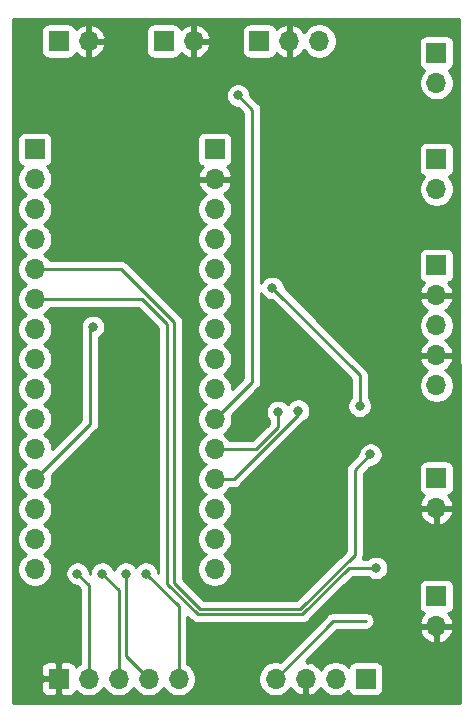
<source format=gbr>
%TF.GenerationSoftware,KiCad,Pcbnew,5.1.7-a382d34a8~88~ubuntu18.04.1*%
%TF.CreationDate,2021-02-15T20:29:51+09:00*%
%TF.ProjectId,atmega328p,61746d65-6761-4333-9238-702e6b696361,rev?*%
%TF.SameCoordinates,Original*%
%TF.FileFunction,Copper,L2,Bot*%
%TF.FilePolarity,Positive*%
%FSLAX46Y46*%
G04 Gerber Fmt 4.6, Leading zero omitted, Abs format (unit mm)*
G04 Created by KiCad (PCBNEW 5.1.7-a382d34a8~88~ubuntu18.04.1) date 2021-02-15 20:29:51*
%MOMM*%
%LPD*%
G01*
G04 APERTURE LIST*
%TA.AperFunction,ComponentPad*%
%ADD10R,1.700000X1.700000*%
%TD*%
%TA.AperFunction,ComponentPad*%
%ADD11O,1.700000X1.700000*%
%TD*%
%TA.AperFunction,ViaPad*%
%ADD12C,0.800000*%
%TD*%
%TA.AperFunction,Conductor*%
%ADD13C,0.250000*%
%TD*%
%TA.AperFunction,Conductor*%
%ADD14C,0.254000*%
%TD*%
%TA.AperFunction,Conductor*%
%ADD15C,0.100000*%
%TD*%
G04 APERTURE END LIST*
D10*
%TO.P,J1,1*%
%TO.N,Net-(J1-Pad1)*%
X63000000Y-52160000D03*
D11*
%TO.P,J1,2*%
%TO.N,Net-(J1-Pad2)*%
X63000000Y-54700000D03*
%TO.P,J1,3*%
%TO.N,Net-(J1-Pad3)*%
X63000000Y-57240000D03*
%TO.P,J1,4*%
%TO.N,Net-(J1-Pad4)*%
X63000000Y-59780000D03*
%TO.P,J1,5*%
%TO.N,/GP_SIG*%
X63000000Y-62320000D03*
%TO.P,J1,6*%
%TO.N,/OP_SIG*%
X63000000Y-64860000D03*
%TO.P,J1,7*%
%TO.N,/OUT_RSV1*%
X63000000Y-67400000D03*
%TO.P,J1,8*%
%TO.N,/HS_INPUT*%
X63000000Y-69940000D03*
%TO.P,J1,9*%
%TO.N,/BTN0*%
X63000000Y-72480000D03*
%TO.P,J1,10*%
%TO.N,/BTN1*%
X63000000Y-75020000D03*
%TO.P,J1,11*%
%TO.N,/BTN2*%
X63000000Y-77560000D03*
%TO.P,J1,12*%
%TO.N,/M_PWM*%
X63000000Y-80100000D03*
%TO.P,J1,13*%
%TO.N,/PWM_RSV*%
X63000000Y-82640000D03*
%TO.P,J1,14*%
%TO.N,/BTN3*%
X63000000Y-85180000D03*
%TO.P,J1,15*%
%TO.N,Net-(J1-Pad15)*%
X63000000Y-87720000D03*
%TD*%
D10*
%TO.P,J2,1*%
%TO.N,/5V*%
X65000000Y-43000000D03*
D11*
%TO.P,J2,2*%
%TO.N,GND*%
X67540000Y-43000000D03*
%TD*%
%TO.P,J3,15*%
%TO.N,Net-(J3-Pad15)*%
X78220000Y-87720000D03*
%TO.P,J3,14*%
%TO.N,Net-(J3-Pad14)*%
X78220000Y-85180000D03*
%TO.P,J3,13*%
%TO.N,Net-(J3-Pad13)*%
X78220000Y-82640000D03*
%TO.P,J3,12*%
%TO.N,/OT*%
X78220000Y-80100000D03*
%TO.P,J3,11*%
%TO.N,/RT*%
X78220000Y-77560000D03*
%TO.P,J3,10*%
%TO.N,/VPWR*%
X78220000Y-75020000D03*
%TO.P,J3,9*%
%TO.N,Net-(J3-Pad9)*%
X78220000Y-72480000D03*
%TO.P,J3,8*%
%TO.N,/SDA*%
X78220000Y-69940000D03*
%TO.P,J3,7*%
%TO.N,/SCL*%
X78220000Y-67400000D03*
%TO.P,J3,6*%
%TO.N,Net-(J3-Pad6)*%
X78220000Y-64860000D03*
%TO.P,J3,5*%
%TO.N,Net-(J3-Pad5)*%
X78220000Y-62320000D03*
%TO.P,J3,4*%
%TO.N,Net-(J3-Pad4)*%
X78220000Y-59780000D03*
%TO.P,J3,3*%
%TO.N,Net-(J3-Pad3)*%
X78220000Y-57240000D03*
%TO.P,J3,2*%
%TO.N,GND*%
X78220000Y-54700000D03*
D10*
%TO.P,J3,1*%
%TO.N,/5V*%
X78220000Y-52160000D03*
%TD*%
%TO.P,J4,1*%
%TO.N,/5V*%
X82000000Y-43000000D03*
D11*
%TO.P,J4,2*%
%TO.N,GND*%
X84540000Y-43000000D03*
%TO.P,J4,3*%
%TO.N,/HS_INPUT*%
X87080000Y-43000000D03*
%TD*%
%TO.P,J5,2*%
%TO.N,/RT*%
X97000000Y-46540000D03*
D10*
%TO.P,J5,1*%
%TO.N,/5V*%
X97000000Y-44000000D03*
%TD*%
%TO.P,J6,1*%
%TO.N,/5V*%
X97000000Y-53000000D03*
D11*
%TO.P,J6,2*%
%TO.N,/OT*%
X97000000Y-55540000D03*
%TD*%
D10*
%TO.P,J7,1*%
%TO.N,/5V*%
X97000000Y-62000000D03*
D11*
%TO.P,J7,2*%
%TO.N,GND*%
X97000000Y-64540000D03*
%TO.P,J7,3*%
%TO.N,/5V*%
X97000000Y-67080000D03*
%TO.P,J7,4*%
%TO.N,GND*%
X97000000Y-69620000D03*
%TO.P,J7,5*%
%TO.N,/M_PWM*%
X97000000Y-72160000D03*
%TD*%
D10*
%TO.P,J8,1*%
%TO.N,/GP_SIG*%
X97000000Y-80000000D03*
D11*
%TO.P,J8,2*%
%TO.N,GND*%
X97000000Y-82540000D03*
%TD*%
%TO.P,J9,2*%
%TO.N,GND*%
X97000000Y-92540000D03*
D10*
%TO.P,J9,1*%
%TO.N,/OP_SIG*%
X97000000Y-90000000D03*
%TD*%
%TO.P,J10,1*%
%TO.N,GND*%
X65000000Y-97000000D03*
D11*
%TO.P,J10,2*%
%TO.N,/BTN3*%
X67540000Y-97000000D03*
%TO.P,J10,3*%
%TO.N,/BTN2*%
X70080000Y-97000000D03*
%TO.P,J10,4*%
%TO.N,/BTN1*%
X72620000Y-97000000D03*
%TO.P,J10,5*%
%TO.N,/BTN0*%
X75160000Y-97000000D03*
%TD*%
D10*
%TO.P,J11,1*%
%TO.N,/SCL*%
X91000000Y-97000000D03*
D11*
%TO.P,J11,2*%
%TO.N,/SDA*%
X88460000Y-97000000D03*
%TO.P,J11,3*%
%TO.N,GND*%
X85920000Y-97000000D03*
%TO.P,J11,4*%
%TO.N,/5V*%
X83380000Y-97000000D03*
%TD*%
D10*
%TO.P,J12,1*%
%TO.N,/12V*%
X73900000Y-43000000D03*
D11*
%TO.P,J12,2*%
%TO.N,GND*%
X76440000Y-43000000D03*
%TD*%
D12*
%TO.N,/GP_SIG*%
X91400000Y-78000000D03*
%TO.N,/OP_SIG*%
X91900000Y-87600000D03*
%TO.N,/M_PWM*%
X67900000Y-67200000D03*
X83100000Y-63900000D03*
X90500000Y-73900000D03*
%TO.N,GND*%
X91900000Y-47900000D03*
X91900000Y-56900000D03*
%TO.N,/OT*%
X85300000Y-74300000D03*
%TO.N,/RT*%
X83600000Y-74400000D03*
%TO.N,/BTN0*%
X72400000Y-88100000D03*
%TO.N,/BTN1*%
X70700000Y-88100000D03*
%TO.N,/BTN2*%
X68700000Y-88100000D03*
%TO.N,/BTN3*%
X66600000Y-88100000D03*
%TO.N,/VPWR*%
X80200000Y-47600000D03*
%TD*%
D13*
%TO.N,/GP_SIG*%
X63000000Y-62320000D02*
X70320000Y-62320000D01*
X70320000Y-62320000D02*
X74800000Y-66800000D01*
X74800000Y-66800000D02*
X74800000Y-88900000D01*
X74800000Y-88900000D02*
X77000000Y-91100000D01*
X77000000Y-91100000D02*
X80500000Y-91100000D01*
X85463590Y-91100000D02*
X90063590Y-86500000D01*
X80500000Y-91100000D02*
X85463590Y-91100000D01*
X90063590Y-86500000D02*
X90063590Y-79336410D01*
X90063590Y-79336410D02*
X91400000Y-78000000D01*
%TO.N,/OP_SIG*%
X63000000Y-64860000D02*
X72060000Y-64860000D01*
X72060000Y-64860000D02*
X74200000Y-67000000D01*
X76813600Y-91550010D02*
X85649990Y-91550010D01*
X74200000Y-67000000D02*
X74200000Y-88936410D01*
X74200000Y-88936410D02*
X76813600Y-91550010D01*
X85649990Y-91550010D02*
X89600000Y-87600000D01*
X89600000Y-87600000D02*
X91900000Y-87600000D01*
%TO.N,/M_PWM*%
X63000000Y-80100000D02*
X67700000Y-75400000D01*
X67700000Y-75400000D02*
X67700000Y-67400000D01*
X67700000Y-67400000D02*
X67900000Y-67200000D01*
X83100000Y-63900000D02*
X90500000Y-71300000D01*
X90500000Y-71300000D02*
X90500000Y-73900000D01*
%TO.N,/OT*%
X85300000Y-74636410D02*
X85300000Y-74300000D01*
X79836410Y-80100000D02*
X85300000Y-74636410D01*
X78220000Y-80100000D02*
X79836410Y-80100000D01*
%TO.N,/RT*%
X78220000Y-77560000D02*
X81740000Y-77560000D01*
X83600000Y-75700000D02*
X83600000Y-74400000D01*
X81740000Y-77560000D02*
X83600000Y-75700000D01*
%TO.N,/5V*%
X83380000Y-97000000D02*
X88280000Y-92100000D01*
X88280000Y-92100000D02*
X88400000Y-92100000D01*
X88400000Y-92100000D02*
X91000000Y-92100000D01*
%TO.N,/BTN0*%
X75160000Y-90860000D02*
X72400000Y-88100000D01*
X75160000Y-97000000D02*
X75160000Y-90860000D01*
%TO.N,/BTN1*%
X70700000Y-95080000D02*
X72620000Y-97000000D01*
X70700000Y-88100000D02*
X70700000Y-95080000D01*
%TO.N,/BTN2*%
X70080000Y-89480000D02*
X68700000Y-88100000D01*
X70080000Y-97000000D02*
X70080000Y-89480000D01*
%TO.N,/BTN3*%
X67540000Y-89040000D02*
X66600000Y-88100000D01*
X67540000Y-97000000D02*
X67540000Y-89040000D01*
%TO.N,/VPWR*%
X78220000Y-75020000D02*
X81400000Y-71840000D01*
X81400000Y-71840000D02*
X81400000Y-48800000D01*
X81400000Y-48800000D02*
X80200000Y-47600000D01*
%TD*%
D14*
%TO.N,GND*%
X98972781Y-99073000D02*
X61127000Y-99073000D01*
X61127000Y-97850000D01*
X63511928Y-97850000D01*
X63524188Y-97974482D01*
X63560498Y-98094180D01*
X63619463Y-98204494D01*
X63698815Y-98301185D01*
X63795506Y-98380537D01*
X63905820Y-98439502D01*
X64025518Y-98475812D01*
X64150000Y-98488072D01*
X64714250Y-98485000D01*
X64873000Y-98326250D01*
X64873000Y-97127000D01*
X63673750Y-97127000D01*
X63515000Y-97285750D01*
X63511928Y-97850000D01*
X61127000Y-97850000D01*
X61127000Y-96150000D01*
X63511928Y-96150000D01*
X63515000Y-96714250D01*
X63673750Y-96873000D01*
X64873000Y-96873000D01*
X64873000Y-95673750D01*
X64714250Y-95515000D01*
X64150000Y-95511928D01*
X64025518Y-95524188D01*
X63905820Y-95560498D01*
X63795506Y-95619463D01*
X63698815Y-95698815D01*
X63619463Y-95795506D01*
X63560498Y-95905820D01*
X63524188Y-96025518D01*
X63511928Y-96150000D01*
X61127000Y-96150000D01*
X61127000Y-51310000D01*
X61511928Y-51310000D01*
X61511928Y-53010000D01*
X61524188Y-53134482D01*
X61560498Y-53254180D01*
X61619463Y-53364494D01*
X61698815Y-53461185D01*
X61795506Y-53540537D01*
X61905820Y-53599502D01*
X61978380Y-53621513D01*
X61846525Y-53753368D01*
X61684010Y-53996589D01*
X61572068Y-54266842D01*
X61515000Y-54553740D01*
X61515000Y-54846260D01*
X61572068Y-55133158D01*
X61684010Y-55403411D01*
X61846525Y-55646632D01*
X62053368Y-55853475D01*
X62227760Y-55970000D01*
X62053368Y-56086525D01*
X61846525Y-56293368D01*
X61684010Y-56536589D01*
X61572068Y-56806842D01*
X61515000Y-57093740D01*
X61515000Y-57386260D01*
X61572068Y-57673158D01*
X61684010Y-57943411D01*
X61846525Y-58186632D01*
X62053368Y-58393475D01*
X62227760Y-58510000D01*
X62053368Y-58626525D01*
X61846525Y-58833368D01*
X61684010Y-59076589D01*
X61572068Y-59346842D01*
X61515000Y-59633740D01*
X61515000Y-59926260D01*
X61572068Y-60213158D01*
X61684010Y-60483411D01*
X61846525Y-60726632D01*
X62053368Y-60933475D01*
X62227760Y-61050000D01*
X62053368Y-61166525D01*
X61846525Y-61373368D01*
X61684010Y-61616589D01*
X61572068Y-61886842D01*
X61515000Y-62173740D01*
X61515000Y-62466260D01*
X61572068Y-62753158D01*
X61684010Y-63023411D01*
X61846525Y-63266632D01*
X62053368Y-63473475D01*
X62227760Y-63590000D01*
X62053368Y-63706525D01*
X61846525Y-63913368D01*
X61684010Y-64156589D01*
X61572068Y-64426842D01*
X61515000Y-64713740D01*
X61515000Y-65006260D01*
X61572068Y-65293158D01*
X61684010Y-65563411D01*
X61846525Y-65806632D01*
X62053368Y-66013475D01*
X62227760Y-66130000D01*
X62053368Y-66246525D01*
X61846525Y-66453368D01*
X61684010Y-66696589D01*
X61572068Y-66966842D01*
X61515000Y-67253740D01*
X61515000Y-67546260D01*
X61572068Y-67833158D01*
X61684010Y-68103411D01*
X61846525Y-68346632D01*
X62053368Y-68553475D01*
X62227760Y-68670000D01*
X62053368Y-68786525D01*
X61846525Y-68993368D01*
X61684010Y-69236589D01*
X61572068Y-69506842D01*
X61515000Y-69793740D01*
X61515000Y-70086260D01*
X61572068Y-70373158D01*
X61684010Y-70643411D01*
X61846525Y-70886632D01*
X62053368Y-71093475D01*
X62227760Y-71210000D01*
X62053368Y-71326525D01*
X61846525Y-71533368D01*
X61684010Y-71776589D01*
X61572068Y-72046842D01*
X61515000Y-72333740D01*
X61515000Y-72626260D01*
X61572068Y-72913158D01*
X61684010Y-73183411D01*
X61846525Y-73426632D01*
X62053368Y-73633475D01*
X62227760Y-73750000D01*
X62053368Y-73866525D01*
X61846525Y-74073368D01*
X61684010Y-74316589D01*
X61572068Y-74586842D01*
X61515000Y-74873740D01*
X61515000Y-75166260D01*
X61572068Y-75453158D01*
X61684010Y-75723411D01*
X61846525Y-75966632D01*
X62053368Y-76173475D01*
X62227760Y-76290000D01*
X62053368Y-76406525D01*
X61846525Y-76613368D01*
X61684010Y-76856589D01*
X61572068Y-77126842D01*
X61515000Y-77413740D01*
X61515000Y-77706260D01*
X61572068Y-77993158D01*
X61684010Y-78263411D01*
X61846525Y-78506632D01*
X62053368Y-78713475D01*
X62227760Y-78830000D01*
X62053368Y-78946525D01*
X61846525Y-79153368D01*
X61684010Y-79396589D01*
X61572068Y-79666842D01*
X61515000Y-79953740D01*
X61515000Y-80246260D01*
X61572068Y-80533158D01*
X61684010Y-80803411D01*
X61846525Y-81046632D01*
X62053368Y-81253475D01*
X62227760Y-81370000D01*
X62053368Y-81486525D01*
X61846525Y-81693368D01*
X61684010Y-81936589D01*
X61572068Y-82206842D01*
X61515000Y-82493740D01*
X61515000Y-82786260D01*
X61572068Y-83073158D01*
X61684010Y-83343411D01*
X61846525Y-83586632D01*
X62053368Y-83793475D01*
X62227760Y-83910000D01*
X62053368Y-84026525D01*
X61846525Y-84233368D01*
X61684010Y-84476589D01*
X61572068Y-84746842D01*
X61515000Y-85033740D01*
X61515000Y-85326260D01*
X61572068Y-85613158D01*
X61684010Y-85883411D01*
X61846525Y-86126632D01*
X62053368Y-86333475D01*
X62227760Y-86450000D01*
X62053368Y-86566525D01*
X61846525Y-86773368D01*
X61684010Y-87016589D01*
X61572068Y-87286842D01*
X61515000Y-87573740D01*
X61515000Y-87866260D01*
X61572068Y-88153158D01*
X61684010Y-88423411D01*
X61846525Y-88666632D01*
X62053368Y-88873475D01*
X62296589Y-89035990D01*
X62566842Y-89147932D01*
X62853740Y-89205000D01*
X63146260Y-89205000D01*
X63433158Y-89147932D01*
X63703411Y-89035990D01*
X63946632Y-88873475D01*
X64153475Y-88666632D01*
X64315990Y-88423411D01*
X64427932Y-88153158D01*
X64485000Y-87866260D01*
X64485000Y-87573740D01*
X64427932Y-87286842D01*
X64315990Y-87016589D01*
X64153475Y-86773368D01*
X63946632Y-86566525D01*
X63772240Y-86450000D01*
X63946632Y-86333475D01*
X64153475Y-86126632D01*
X64315990Y-85883411D01*
X64427932Y-85613158D01*
X64485000Y-85326260D01*
X64485000Y-85033740D01*
X64427932Y-84746842D01*
X64315990Y-84476589D01*
X64153475Y-84233368D01*
X63946632Y-84026525D01*
X63772240Y-83910000D01*
X63946632Y-83793475D01*
X64153475Y-83586632D01*
X64315990Y-83343411D01*
X64427932Y-83073158D01*
X64485000Y-82786260D01*
X64485000Y-82493740D01*
X64427932Y-82206842D01*
X64315990Y-81936589D01*
X64153475Y-81693368D01*
X63946632Y-81486525D01*
X63772240Y-81370000D01*
X63946632Y-81253475D01*
X64153475Y-81046632D01*
X64315990Y-80803411D01*
X64427932Y-80533158D01*
X64485000Y-80246260D01*
X64485000Y-79953740D01*
X64441209Y-79733592D01*
X68211004Y-75963798D01*
X68240001Y-75940001D01*
X68334974Y-75824276D01*
X68405546Y-75692247D01*
X68449003Y-75548986D01*
X68460000Y-75437333D01*
X68460000Y-75437325D01*
X68463676Y-75400000D01*
X68460000Y-75362675D01*
X68460000Y-68070604D01*
X68559774Y-68003937D01*
X68703937Y-67859774D01*
X68817205Y-67690256D01*
X68895226Y-67501898D01*
X68935000Y-67301939D01*
X68935000Y-67098061D01*
X68895226Y-66898102D01*
X68817205Y-66709744D01*
X68703937Y-66540226D01*
X68559774Y-66396063D01*
X68390256Y-66282795D01*
X68201898Y-66204774D01*
X68001939Y-66165000D01*
X67798061Y-66165000D01*
X67598102Y-66204774D01*
X67409744Y-66282795D01*
X67240226Y-66396063D01*
X67096063Y-66540226D01*
X66982795Y-66709744D01*
X66904774Y-66898102D01*
X66865000Y-67098061D01*
X66865000Y-67301939D01*
X66904774Y-67501898D01*
X66940001Y-67586943D01*
X66940000Y-75085198D01*
X64485000Y-77540199D01*
X64485000Y-77413740D01*
X64427932Y-77126842D01*
X64315990Y-76856589D01*
X64153475Y-76613368D01*
X63946632Y-76406525D01*
X63772240Y-76290000D01*
X63946632Y-76173475D01*
X64153475Y-75966632D01*
X64315990Y-75723411D01*
X64427932Y-75453158D01*
X64485000Y-75166260D01*
X64485000Y-74873740D01*
X64427932Y-74586842D01*
X64315990Y-74316589D01*
X64153475Y-74073368D01*
X63946632Y-73866525D01*
X63772240Y-73750000D01*
X63946632Y-73633475D01*
X64153475Y-73426632D01*
X64315990Y-73183411D01*
X64427932Y-72913158D01*
X64485000Y-72626260D01*
X64485000Y-72333740D01*
X64427932Y-72046842D01*
X64315990Y-71776589D01*
X64153475Y-71533368D01*
X63946632Y-71326525D01*
X63772240Y-71210000D01*
X63946632Y-71093475D01*
X64153475Y-70886632D01*
X64315990Y-70643411D01*
X64427932Y-70373158D01*
X64485000Y-70086260D01*
X64485000Y-69793740D01*
X64427932Y-69506842D01*
X64315990Y-69236589D01*
X64153475Y-68993368D01*
X63946632Y-68786525D01*
X63772240Y-68670000D01*
X63946632Y-68553475D01*
X64153475Y-68346632D01*
X64315990Y-68103411D01*
X64427932Y-67833158D01*
X64485000Y-67546260D01*
X64485000Y-67253740D01*
X64427932Y-66966842D01*
X64315990Y-66696589D01*
X64153475Y-66453368D01*
X63946632Y-66246525D01*
X63772240Y-66130000D01*
X63946632Y-66013475D01*
X64153475Y-65806632D01*
X64278178Y-65620000D01*
X71745199Y-65620000D01*
X73440000Y-67314802D01*
X73440001Y-88065200D01*
X73435000Y-88060199D01*
X73435000Y-87998061D01*
X73395226Y-87798102D01*
X73317205Y-87609744D01*
X73203937Y-87440226D01*
X73059774Y-87296063D01*
X72890256Y-87182795D01*
X72701898Y-87104774D01*
X72501939Y-87065000D01*
X72298061Y-87065000D01*
X72098102Y-87104774D01*
X71909744Y-87182795D01*
X71740226Y-87296063D01*
X71596063Y-87440226D01*
X71550000Y-87509164D01*
X71503937Y-87440226D01*
X71359774Y-87296063D01*
X71190256Y-87182795D01*
X71001898Y-87104774D01*
X70801939Y-87065000D01*
X70598061Y-87065000D01*
X70398102Y-87104774D01*
X70209744Y-87182795D01*
X70040226Y-87296063D01*
X69896063Y-87440226D01*
X69782795Y-87609744D01*
X69704774Y-87798102D01*
X69700000Y-87822103D01*
X69695226Y-87798102D01*
X69617205Y-87609744D01*
X69503937Y-87440226D01*
X69359774Y-87296063D01*
X69190256Y-87182795D01*
X69001898Y-87104774D01*
X68801939Y-87065000D01*
X68598061Y-87065000D01*
X68398102Y-87104774D01*
X68209744Y-87182795D01*
X68040226Y-87296063D01*
X67896063Y-87440226D01*
X67782795Y-87609744D01*
X67704774Y-87798102D01*
X67665000Y-87998061D01*
X67665000Y-88090198D01*
X67635000Y-88060198D01*
X67635000Y-87998061D01*
X67595226Y-87798102D01*
X67517205Y-87609744D01*
X67403937Y-87440226D01*
X67259774Y-87296063D01*
X67090256Y-87182795D01*
X66901898Y-87104774D01*
X66701939Y-87065000D01*
X66498061Y-87065000D01*
X66298102Y-87104774D01*
X66109744Y-87182795D01*
X65940226Y-87296063D01*
X65796063Y-87440226D01*
X65682795Y-87609744D01*
X65604774Y-87798102D01*
X65565000Y-87998061D01*
X65565000Y-88201939D01*
X65604774Y-88401898D01*
X65682795Y-88590256D01*
X65796063Y-88759774D01*
X65940226Y-88903937D01*
X66109744Y-89017205D01*
X66298102Y-89095226D01*
X66498061Y-89135000D01*
X66560198Y-89135000D01*
X66780001Y-89354803D01*
X66780000Y-95721821D01*
X66593368Y-95846525D01*
X66461513Y-95978380D01*
X66439502Y-95905820D01*
X66380537Y-95795506D01*
X66301185Y-95698815D01*
X66204494Y-95619463D01*
X66094180Y-95560498D01*
X65974482Y-95524188D01*
X65850000Y-95511928D01*
X65285750Y-95515000D01*
X65127000Y-95673750D01*
X65127000Y-96873000D01*
X65147000Y-96873000D01*
X65147000Y-97127000D01*
X65127000Y-97127000D01*
X65127000Y-98326250D01*
X65285750Y-98485000D01*
X65850000Y-98488072D01*
X65974482Y-98475812D01*
X66094180Y-98439502D01*
X66204494Y-98380537D01*
X66301185Y-98301185D01*
X66380537Y-98204494D01*
X66439502Y-98094180D01*
X66461513Y-98021620D01*
X66593368Y-98153475D01*
X66836589Y-98315990D01*
X67106842Y-98427932D01*
X67393740Y-98485000D01*
X67686260Y-98485000D01*
X67973158Y-98427932D01*
X68243411Y-98315990D01*
X68486632Y-98153475D01*
X68693475Y-97946632D01*
X68810000Y-97772240D01*
X68926525Y-97946632D01*
X69133368Y-98153475D01*
X69376589Y-98315990D01*
X69646842Y-98427932D01*
X69933740Y-98485000D01*
X70226260Y-98485000D01*
X70513158Y-98427932D01*
X70783411Y-98315990D01*
X71026632Y-98153475D01*
X71233475Y-97946632D01*
X71350000Y-97772240D01*
X71466525Y-97946632D01*
X71673368Y-98153475D01*
X71916589Y-98315990D01*
X72186842Y-98427932D01*
X72473740Y-98485000D01*
X72766260Y-98485000D01*
X73053158Y-98427932D01*
X73323411Y-98315990D01*
X73566632Y-98153475D01*
X73773475Y-97946632D01*
X73890000Y-97772240D01*
X74006525Y-97946632D01*
X74213368Y-98153475D01*
X74456589Y-98315990D01*
X74726842Y-98427932D01*
X75013740Y-98485000D01*
X75306260Y-98485000D01*
X75593158Y-98427932D01*
X75863411Y-98315990D01*
X76106632Y-98153475D01*
X76313475Y-97946632D01*
X76475990Y-97703411D01*
X76587932Y-97433158D01*
X76645000Y-97146260D01*
X76645000Y-96853740D01*
X81895000Y-96853740D01*
X81895000Y-97146260D01*
X81952068Y-97433158D01*
X82064010Y-97703411D01*
X82226525Y-97946632D01*
X82433368Y-98153475D01*
X82676589Y-98315990D01*
X82946842Y-98427932D01*
X83233740Y-98485000D01*
X83526260Y-98485000D01*
X83813158Y-98427932D01*
X84083411Y-98315990D01*
X84326632Y-98153475D01*
X84533475Y-97946632D01*
X84655195Y-97764466D01*
X84724822Y-97881355D01*
X84919731Y-98097588D01*
X85153080Y-98271641D01*
X85415901Y-98396825D01*
X85563110Y-98441476D01*
X85793000Y-98320155D01*
X85793000Y-97127000D01*
X85773000Y-97127000D01*
X85773000Y-96873000D01*
X85793000Y-96873000D01*
X85793000Y-96853000D01*
X86047000Y-96853000D01*
X86047000Y-96873000D01*
X86067000Y-96873000D01*
X86067000Y-97127000D01*
X86047000Y-97127000D01*
X86047000Y-98320155D01*
X86276890Y-98441476D01*
X86424099Y-98396825D01*
X86686920Y-98271641D01*
X86920269Y-98097588D01*
X87115178Y-97881355D01*
X87184805Y-97764466D01*
X87306525Y-97946632D01*
X87513368Y-98153475D01*
X87756589Y-98315990D01*
X88026842Y-98427932D01*
X88313740Y-98485000D01*
X88606260Y-98485000D01*
X88893158Y-98427932D01*
X89163411Y-98315990D01*
X89406632Y-98153475D01*
X89538487Y-98021620D01*
X89560498Y-98094180D01*
X89619463Y-98204494D01*
X89698815Y-98301185D01*
X89795506Y-98380537D01*
X89905820Y-98439502D01*
X90025518Y-98475812D01*
X90150000Y-98488072D01*
X91850000Y-98488072D01*
X91974482Y-98475812D01*
X92094180Y-98439502D01*
X92204494Y-98380537D01*
X92301185Y-98301185D01*
X92380537Y-98204494D01*
X92439502Y-98094180D01*
X92475812Y-97974482D01*
X92488072Y-97850000D01*
X92488072Y-96150000D01*
X92475812Y-96025518D01*
X92439502Y-95905820D01*
X92380537Y-95795506D01*
X92301185Y-95698815D01*
X92204494Y-95619463D01*
X92094180Y-95560498D01*
X91974482Y-95524188D01*
X91850000Y-95511928D01*
X90150000Y-95511928D01*
X90025518Y-95524188D01*
X89905820Y-95560498D01*
X89795506Y-95619463D01*
X89698815Y-95698815D01*
X89619463Y-95795506D01*
X89560498Y-95905820D01*
X89538487Y-95978380D01*
X89406632Y-95846525D01*
X89163411Y-95684010D01*
X88893158Y-95572068D01*
X88606260Y-95515000D01*
X88313740Y-95515000D01*
X88026842Y-95572068D01*
X87756589Y-95684010D01*
X87513368Y-95846525D01*
X87306525Y-96053368D01*
X87184805Y-96235534D01*
X87115178Y-96118645D01*
X86920269Y-95902412D01*
X86686920Y-95728359D01*
X86424099Y-95603175D01*
X86276890Y-95558524D01*
X86047002Y-95679844D01*
X86047002Y-95515000D01*
X85939802Y-95515000D01*
X88557912Y-92896890D01*
X95558524Y-92896890D01*
X95603175Y-93044099D01*
X95728359Y-93306920D01*
X95902412Y-93540269D01*
X96118645Y-93735178D01*
X96368748Y-93884157D01*
X96643109Y-93981481D01*
X96873000Y-93860814D01*
X96873000Y-92667000D01*
X97127000Y-92667000D01*
X97127000Y-93860814D01*
X97356891Y-93981481D01*
X97631252Y-93884157D01*
X97881355Y-93735178D01*
X98097588Y-93540269D01*
X98271641Y-93306920D01*
X98396825Y-93044099D01*
X98441476Y-92896890D01*
X98320155Y-92667000D01*
X97127000Y-92667000D01*
X96873000Y-92667000D01*
X95679845Y-92667000D01*
X95558524Y-92896890D01*
X88557912Y-92896890D01*
X88594803Y-92860000D01*
X91037333Y-92860000D01*
X91148986Y-92849003D01*
X91292247Y-92805546D01*
X91424276Y-92734974D01*
X91540001Y-92640001D01*
X91634974Y-92524276D01*
X91705546Y-92392247D01*
X91749003Y-92248986D01*
X91763677Y-92100000D01*
X91749003Y-91951014D01*
X91705546Y-91807753D01*
X91634974Y-91675724D01*
X91540001Y-91559999D01*
X91424276Y-91465026D01*
X91292247Y-91394454D01*
X91148986Y-91350997D01*
X91037333Y-91340000D01*
X88317322Y-91340000D01*
X88279999Y-91336324D01*
X88242676Y-91340000D01*
X88242667Y-91340000D01*
X88131014Y-91350997D01*
X87987753Y-91394454D01*
X87855724Y-91465026D01*
X87855722Y-91465027D01*
X87855723Y-91465027D01*
X87768996Y-91536201D01*
X87768992Y-91536205D01*
X87739999Y-91559999D01*
X87716205Y-91588992D01*
X83746408Y-95558791D01*
X83526260Y-95515000D01*
X83233740Y-95515000D01*
X82946842Y-95572068D01*
X82676589Y-95684010D01*
X82433368Y-95846525D01*
X82226525Y-96053368D01*
X82064010Y-96296589D01*
X81952068Y-96566842D01*
X81895000Y-96853740D01*
X76645000Y-96853740D01*
X76587932Y-96566842D01*
X76475990Y-96296589D01*
X76313475Y-96053368D01*
X76106632Y-95846525D01*
X75920000Y-95721822D01*
X75920000Y-91731212D01*
X76249801Y-92061013D01*
X76273599Y-92090011D01*
X76302597Y-92113809D01*
X76389324Y-92184984D01*
X76521353Y-92255556D01*
X76664614Y-92299013D01*
X76813600Y-92313687D01*
X76850933Y-92310010D01*
X85612668Y-92310010D01*
X85649990Y-92313686D01*
X85687312Y-92310010D01*
X85687323Y-92310010D01*
X85798976Y-92299013D01*
X85942237Y-92255556D01*
X86074266Y-92184984D01*
X86189991Y-92090011D01*
X86213794Y-92061007D01*
X89124801Y-89150000D01*
X95511928Y-89150000D01*
X95511928Y-90850000D01*
X95524188Y-90974482D01*
X95560498Y-91094180D01*
X95619463Y-91204494D01*
X95698815Y-91301185D01*
X95795506Y-91380537D01*
X95905820Y-91439502D01*
X95986466Y-91463966D01*
X95902412Y-91539731D01*
X95728359Y-91773080D01*
X95603175Y-92035901D01*
X95558524Y-92183110D01*
X95679845Y-92413000D01*
X96873000Y-92413000D01*
X96873000Y-92393000D01*
X97127000Y-92393000D01*
X97127000Y-92413000D01*
X98320155Y-92413000D01*
X98441476Y-92183110D01*
X98396825Y-92035901D01*
X98271641Y-91773080D01*
X98097588Y-91539731D01*
X98013534Y-91463966D01*
X98094180Y-91439502D01*
X98204494Y-91380537D01*
X98301185Y-91301185D01*
X98380537Y-91204494D01*
X98439502Y-91094180D01*
X98475812Y-90974482D01*
X98488072Y-90850000D01*
X98488072Y-89150000D01*
X98475812Y-89025518D01*
X98439502Y-88905820D01*
X98380537Y-88795506D01*
X98301185Y-88698815D01*
X98204494Y-88619463D01*
X98094180Y-88560498D01*
X97974482Y-88524188D01*
X97850000Y-88511928D01*
X96150000Y-88511928D01*
X96025518Y-88524188D01*
X95905820Y-88560498D01*
X95795506Y-88619463D01*
X95698815Y-88698815D01*
X95619463Y-88795506D01*
X95560498Y-88905820D01*
X95524188Y-89025518D01*
X95511928Y-89150000D01*
X89124801Y-89150000D01*
X89914802Y-88360000D01*
X91196289Y-88360000D01*
X91240226Y-88403937D01*
X91409744Y-88517205D01*
X91598102Y-88595226D01*
X91798061Y-88635000D01*
X92001939Y-88635000D01*
X92201898Y-88595226D01*
X92390256Y-88517205D01*
X92559774Y-88403937D01*
X92703937Y-88259774D01*
X92817205Y-88090256D01*
X92895226Y-87901898D01*
X92935000Y-87701939D01*
X92935000Y-87498061D01*
X92895226Y-87298102D01*
X92817205Y-87109744D01*
X92703937Y-86940226D01*
X92559774Y-86796063D01*
X92390256Y-86682795D01*
X92201898Y-86604774D01*
X92001939Y-86565000D01*
X91798061Y-86565000D01*
X91598102Y-86604774D01*
X91409744Y-86682795D01*
X91240226Y-86796063D01*
X91196289Y-86840000D01*
X90743611Y-86840000D01*
X90769136Y-86792247D01*
X90812593Y-86648986D01*
X90823590Y-86537333D01*
X90823590Y-86537324D01*
X90827266Y-86500001D01*
X90823590Y-86462678D01*
X90823590Y-82896890D01*
X95558524Y-82896890D01*
X95603175Y-83044099D01*
X95728359Y-83306920D01*
X95902412Y-83540269D01*
X96118645Y-83735178D01*
X96368748Y-83884157D01*
X96643109Y-83981481D01*
X96873000Y-83860814D01*
X96873000Y-82667000D01*
X97127000Y-82667000D01*
X97127000Y-83860814D01*
X97356891Y-83981481D01*
X97631252Y-83884157D01*
X97881355Y-83735178D01*
X98097588Y-83540269D01*
X98271641Y-83306920D01*
X98396825Y-83044099D01*
X98441476Y-82896890D01*
X98320155Y-82667000D01*
X97127000Y-82667000D01*
X96873000Y-82667000D01*
X95679845Y-82667000D01*
X95558524Y-82896890D01*
X90823590Y-82896890D01*
X90823590Y-79651211D01*
X91324801Y-79150000D01*
X95511928Y-79150000D01*
X95511928Y-80850000D01*
X95524188Y-80974482D01*
X95560498Y-81094180D01*
X95619463Y-81204494D01*
X95698815Y-81301185D01*
X95795506Y-81380537D01*
X95905820Y-81439502D01*
X95986466Y-81463966D01*
X95902412Y-81539731D01*
X95728359Y-81773080D01*
X95603175Y-82035901D01*
X95558524Y-82183110D01*
X95679845Y-82413000D01*
X96873000Y-82413000D01*
X96873000Y-82393000D01*
X97127000Y-82393000D01*
X97127000Y-82413000D01*
X98320155Y-82413000D01*
X98441476Y-82183110D01*
X98396825Y-82035901D01*
X98271641Y-81773080D01*
X98097588Y-81539731D01*
X98013534Y-81463966D01*
X98094180Y-81439502D01*
X98204494Y-81380537D01*
X98301185Y-81301185D01*
X98380537Y-81204494D01*
X98439502Y-81094180D01*
X98475812Y-80974482D01*
X98488072Y-80850000D01*
X98488072Y-79150000D01*
X98475812Y-79025518D01*
X98439502Y-78905820D01*
X98380537Y-78795506D01*
X98301185Y-78698815D01*
X98204494Y-78619463D01*
X98094180Y-78560498D01*
X97974482Y-78524188D01*
X97850000Y-78511928D01*
X96150000Y-78511928D01*
X96025518Y-78524188D01*
X95905820Y-78560498D01*
X95795506Y-78619463D01*
X95698815Y-78698815D01*
X95619463Y-78795506D01*
X95560498Y-78905820D01*
X95524188Y-79025518D01*
X95511928Y-79150000D01*
X91324801Y-79150000D01*
X91439802Y-79035000D01*
X91501939Y-79035000D01*
X91701898Y-78995226D01*
X91890256Y-78917205D01*
X92059774Y-78803937D01*
X92203937Y-78659774D01*
X92317205Y-78490256D01*
X92395226Y-78301898D01*
X92435000Y-78101939D01*
X92435000Y-77898061D01*
X92395226Y-77698102D01*
X92317205Y-77509744D01*
X92203937Y-77340226D01*
X92059774Y-77196063D01*
X91890256Y-77082795D01*
X91701898Y-77004774D01*
X91501939Y-76965000D01*
X91298061Y-76965000D01*
X91098102Y-77004774D01*
X90909744Y-77082795D01*
X90740226Y-77196063D01*
X90596063Y-77340226D01*
X90482795Y-77509744D01*
X90404774Y-77698102D01*
X90365000Y-77898061D01*
X90365000Y-77960198D01*
X89552588Y-78772611D01*
X89523590Y-78796409D01*
X89499792Y-78825407D01*
X89499791Y-78825408D01*
X89428616Y-78912134D01*
X89358044Y-79044164D01*
X89314588Y-79187425D01*
X89299914Y-79336410D01*
X89303591Y-79373742D01*
X89303590Y-86185197D01*
X85148789Y-90340000D01*
X77314802Y-90340000D01*
X75560000Y-88585199D01*
X75560000Y-66837325D01*
X75563676Y-66800000D01*
X75560000Y-66762675D01*
X75560000Y-66762667D01*
X75549003Y-66651014D01*
X75505546Y-66507753D01*
X75434974Y-66375724D01*
X75340001Y-66259999D01*
X75311004Y-66236202D01*
X70883804Y-61809003D01*
X70860001Y-61779999D01*
X70744276Y-61685026D01*
X70612247Y-61614454D01*
X70468986Y-61570997D01*
X70357333Y-61560000D01*
X70357322Y-61560000D01*
X70320000Y-61556324D01*
X70282678Y-61560000D01*
X64278178Y-61560000D01*
X64153475Y-61373368D01*
X63946632Y-61166525D01*
X63772240Y-61050000D01*
X63946632Y-60933475D01*
X64153475Y-60726632D01*
X64315990Y-60483411D01*
X64427932Y-60213158D01*
X64485000Y-59926260D01*
X64485000Y-59633740D01*
X64427932Y-59346842D01*
X64315990Y-59076589D01*
X64153475Y-58833368D01*
X63946632Y-58626525D01*
X63772240Y-58510000D01*
X63946632Y-58393475D01*
X64153475Y-58186632D01*
X64315990Y-57943411D01*
X64427932Y-57673158D01*
X64485000Y-57386260D01*
X64485000Y-57093740D01*
X76735000Y-57093740D01*
X76735000Y-57386260D01*
X76792068Y-57673158D01*
X76904010Y-57943411D01*
X77066525Y-58186632D01*
X77273368Y-58393475D01*
X77447760Y-58510000D01*
X77273368Y-58626525D01*
X77066525Y-58833368D01*
X76904010Y-59076589D01*
X76792068Y-59346842D01*
X76735000Y-59633740D01*
X76735000Y-59926260D01*
X76792068Y-60213158D01*
X76904010Y-60483411D01*
X77066525Y-60726632D01*
X77273368Y-60933475D01*
X77447760Y-61050000D01*
X77273368Y-61166525D01*
X77066525Y-61373368D01*
X76904010Y-61616589D01*
X76792068Y-61886842D01*
X76735000Y-62173740D01*
X76735000Y-62466260D01*
X76792068Y-62753158D01*
X76904010Y-63023411D01*
X77066525Y-63266632D01*
X77273368Y-63473475D01*
X77447760Y-63590000D01*
X77273368Y-63706525D01*
X77066525Y-63913368D01*
X76904010Y-64156589D01*
X76792068Y-64426842D01*
X76735000Y-64713740D01*
X76735000Y-65006260D01*
X76792068Y-65293158D01*
X76904010Y-65563411D01*
X77066525Y-65806632D01*
X77273368Y-66013475D01*
X77447760Y-66130000D01*
X77273368Y-66246525D01*
X77066525Y-66453368D01*
X76904010Y-66696589D01*
X76792068Y-66966842D01*
X76735000Y-67253740D01*
X76735000Y-67546260D01*
X76792068Y-67833158D01*
X76904010Y-68103411D01*
X77066525Y-68346632D01*
X77273368Y-68553475D01*
X77447760Y-68670000D01*
X77273368Y-68786525D01*
X77066525Y-68993368D01*
X76904010Y-69236589D01*
X76792068Y-69506842D01*
X76735000Y-69793740D01*
X76735000Y-70086260D01*
X76792068Y-70373158D01*
X76904010Y-70643411D01*
X77066525Y-70886632D01*
X77273368Y-71093475D01*
X77447760Y-71210000D01*
X77273368Y-71326525D01*
X77066525Y-71533368D01*
X76904010Y-71776589D01*
X76792068Y-72046842D01*
X76735000Y-72333740D01*
X76735000Y-72626260D01*
X76792068Y-72913158D01*
X76904010Y-73183411D01*
X77066525Y-73426632D01*
X77273368Y-73633475D01*
X77447760Y-73750000D01*
X77273368Y-73866525D01*
X77066525Y-74073368D01*
X76904010Y-74316589D01*
X76792068Y-74586842D01*
X76735000Y-74873740D01*
X76735000Y-75166260D01*
X76792068Y-75453158D01*
X76904010Y-75723411D01*
X77066525Y-75966632D01*
X77273368Y-76173475D01*
X77447760Y-76290000D01*
X77273368Y-76406525D01*
X77066525Y-76613368D01*
X76904010Y-76856589D01*
X76792068Y-77126842D01*
X76735000Y-77413740D01*
X76735000Y-77706260D01*
X76792068Y-77993158D01*
X76904010Y-78263411D01*
X77066525Y-78506632D01*
X77273368Y-78713475D01*
X77447760Y-78830000D01*
X77273368Y-78946525D01*
X77066525Y-79153368D01*
X76904010Y-79396589D01*
X76792068Y-79666842D01*
X76735000Y-79953740D01*
X76735000Y-80246260D01*
X76792068Y-80533158D01*
X76904010Y-80803411D01*
X77066525Y-81046632D01*
X77273368Y-81253475D01*
X77447760Y-81370000D01*
X77273368Y-81486525D01*
X77066525Y-81693368D01*
X76904010Y-81936589D01*
X76792068Y-82206842D01*
X76735000Y-82493740D01*
X76735000Y-82786260D01*
X76792068Y-83073158D01*
X76904010Y-83343411D01*
X77066525Y-83586632D01*
X77273368Y-83793475D01*
X77447760Y-83910000D01*
X77273368Y-84026525D01*
X77066525Y-84233368D01*
X76904010Y-84476589D01*
X76792068Y-84746842D01*
X76735000Y-85033740D01*
X76735000Y-85326260D01*
X76792068Y-85613158D01*
X76904010Y-85883411D01*
X77066525Y-86126632D01*
X77273368Y-86333475D01*
X77447760Y-86450000D01*
X77273368Y-86566525D01*
X77066525Y-86773368D01*
X76904010Y-87016589D01*
X76792068Y-87286842D01*
X76735000Y-87573740D01*
X76735000Y-87866260D01*
X76792068Y-88153158D01*
X76904010Y-88423411D01*
X77066525Y-88666632D01*
X77273368Y-88873475D01*
X77516589Y-89035990D01*
X77786842Y-89147932D01*
X78073740Y-89205000D01*
X78366260Y-89205000D01*
X78653158Y-89147932D01*
X78923411Y-89035990D01*
X79166632Y-88873475D01*
X79373475Y-88666632D01*
X79535990Y-88423411D01*
X79647932Y-88153158D01*
X79705000Y-87866260D01*
X79705000Y-87573740D01*
X79647932Y-87286842D01*
X79535990Y-87016589D01*
X79373475Y-86773368D01*
X79166632Y-86566525D01*
X78992240Y-86450000D01*
X79166632Y-86333475D01*
X79373475Y-86126632D01*
X79535990Y-85883411D01*
X79647932Y-85613158D01*
X79705000Y-85326260D01*
X79705000Y-85033740D01*
X79647932Y-84746842D01*
X79535990Y-84476589D01*
X79373475Y-84233368D01*
X79166632Y-84026525D01*
X78992240Y-83910000D01*
X79166632Y-83793475D01*
X79373475Y-83586632D01*
X79535990Y-83343411D01*
X79647932Y-83073158D01*
X79705000Y-82786260D01*
X79705000Y-82493740D01*
X79647932Y-82206842D01*
X79535990Y-81936589D01*
X79373475Y-81693368D01*
X79166632Y-81486525D01*
X78992240Y-81370000D01*
X79166632Y-81253475D01*
X79373475Y-81046632D01*
X79498178Y-80860000D01*
X79799088Y-80860000D01*
X79836410Y-80863676D01*
X79873732Y-80860000D01*
X79873743Y-80860000D01*
X79985396Y-80849003D01*
X80128657Y-80805546D01*
X80260686Y-80734974D01*
X80376411Y-80640001D01*
X80400214Y-80610997D01*
X85801560Y-75209652D01*
X85959774Y-75103937D01*
X86103937Y-74959774D01*
X86217205Y-74790256D01*
X86295226Y-74601898D01*
X86335000Y-74401939D01*
X86335000Y-74198061D01*
X86295226Y-73998102D01*
X86217205Y-73809744D01*
X86103937Y-73640226D01*
X85959774Y-73496063D01*
X85790256Y-73382795D01*
X85601898Y-73304774D01*
X85401939Y-73265000D01*
X85198061Y-73265000D01*
X84998102Y-73304774D01*
X84809744Y-73382795D01*
X84640226Y-73496063D01*
X84496063Y-73640226D01*
X84416591Y-73759164D01*
X84403937Y-73740226D01*
X84259774Y-73596063D01*
X84090256Y-73482795D01*
X83901898Y-73404774D01*
X83701939Y-73365000D01*
X83498061Y-73365000D01*
X83298102Y-73404774D01*
X83109744Y-73482795D01*
X82940226Y-73596063D01*
X82796063Y-73740226D01*
X82682795Y-73909744D01*
X82604774Y-74098102D01*
X82565000Y-74298061D01*
X82565000Y-74501939D01*
X82604774Y-74701898D01*
X82682795Y-74890256D01*
X82796063Y-75059774D01*
X82840000Y-75103711D01*
X82840000Y-75385198D01*
X81425199Y-76800000D01*
X79498178Y-76800000D01*
X79373475Y-76613368D01*
X79166632Y-76406525D01*
X78992240Y-76290000D01*
X79166632Y-76173475D01*
X79373475Y-75966632D01*
X79535990Y-75723411D01*
X79647932Y-75453158D01*
X79705000Y-75166260D01*
X79705000Y-74873740D01*
X79661209Y-74653592D01*
X81911004Y-72403798D01*
X81940001Y-72380001D01*
X81966332Y-72347917D01*
X82034974Y-72264277D01*
X82105546Y-72132247D01*
X82126346Y-72063676D01*
X82149003Y-71988986D01*
X82160000Y-71877333D01*
X82160000Y-71877324D01*
X82163676Y-71840001D01*
X82160000Y-71802678D01*
X82160000Y-64335224D01*
X82182795Y-64390256D01*
X82296063Y-64559774D01*
X82440226Y-64703937D01*
X82609744Y-64817205D01*
X82798102Y-64895226D01*
X82998061Y-64935000D01*
X83060199Y-64935000D01*
X89740000Y-71614802D01*
X89740001Y-73196288D01*
X89696063Y-73240226D01*
X89582795Y-73409744D01*
X89504774Y-73598102D01*
X89465000Y-73798061D01*
X89465000Y-74001939D01*
X89504774Y-74201898D01*
X89582795Y-74390256D01*
X89696063Y-74559774D01*
X89840226Y-74703937D01*
X90009744Y-74817205D01*
X90198102Y-74895226D01*
X90398061Y-74935000D01*
X90601939Y-74935000D01*
X90801898Y-74895226D01*
X90990256Y-74817205D01*
X91159774Y-74703937D01*
X91303937Y-74559774D01*
X91417205Y-74390256D01*
X91495226Y-74201898D01*
X91535000Y-74001939D01*
X91535000Y-73798061D01*
X91495226Y-73598102D01*
X91417205Y-73409744D01*
X91303937Y-73240226D01*
X91260000Y-73196289D01*
X91260000Y-72013740D01*
X95515000Y-72013740D01*
X95515000Y-72306260D01*
X95572068Y-72593158D01*
X95684010Y-72863411D01*
X95846525Y-73106632D01*
X96053368Y-73313475D01*
X96296589Y-73475990D01*
X96566842Y-73587932D01*
X96853740Y-73645000D01*
X97146260Y-73645000D01*
X97433158Y-73587932D01*
X97703411Y-73475990D01*
X97946632Y-73313475D01*
X98153475Y-73106632D01*
X98315990Y-72863411D01*
X98427932Y-72593158D01*
X98485000Y-72306260D01*
X98485000Y-72013740D01*
X98427932Y-71726842D01*
X98315990Y-71456589D01*
X98153475Y-71213368D01*
X97946632Y-71006525D01*
X97764466Y-70884805D01*
X97881355Y-70815178D01*
X98097588Y-70620269D01*
X98271641Y-70386920D01*
X98396825Y-70124099D01*
X98441476Y-69976890D01*
X98320155Y-69747000D01*
X97127000Y-69747000D01*
X97127000Y-69767000D01*
X96873000Y-69767000D01*
X96873000Y-69747000D01*
X95679845Y-69747000D01*
X95558524Y-69976890D01*
X95603175Y-70124099D01*
X95728359Y-70386920D01*
X95902412Y-70620269D01*
X96118645Y-70815178D01*
X96235534Y-70884805D01*
X96053368Y-71006525D01*
X95846525Y-71213368D01*
X95684010Y-71456589D01*
X95572068Y-71726842D01*
X95515000Y-72013740D01*
X91260000Y-72013740D01*
X91260000Y-71337322D01*
X91263676Y-71299999D01*
X91260000Y-71262676D01*
X91260000Y-71262667D01*
X91249003Y-71151014D01*
X91205546Y-71007753D01*
X91134974Y-70875724D01*
X91040001Y-70759999D01*
X91011004Y-70736202D01*
X87208542Y-66933740D01*
X95515000Y-66933740D01*
X95515000Y-67226260D01*
X95572068Y-67513158D01*
X95684010Y-67783411D01*
X95846525Y-68026632D01*
X96053368Y-68233475D01*
X96235534Y-68355195D01*
X96118645Y-68424822D01*
X95902412Y-68619731D01*
X95728359Y-68853080D01*
X95603175Y-69115901D01*
X95558524Y-69263110D01*
X95679845Y-69493000D01*
X96873000Y-69493000D01*
X96873000Y-69473000D01*
X97127000Y-69473000D01*
X97127000Y-69493000D01*
X98320155Y-69493000D01*
X98441476Y-69263110D01*
X98396825Y-69115901D01*
X98271641Y-68853080D01*
X98097588Y-68619731D01*
X97881355Y-68424822D01*
X97764466Y-68355195D01*
X97946632Y-68233475D01*
X98153475Y-68026632D01*
X98315990Y-67783411D01*
X98427932Y-67513158D01*
X98485000Y-67226260D01*
X98485000Y-66933740D01*
X98427932Y-66646842D01*
X98315990Y-66376589D01*
X98153475Y-66133368D01*
X97946632Y-65926525D01*
X97764466Y-65804805D01*
X97881355Y-65735178D01*
X98097588Y-65540269D01*
X98271641Y-65306920D01*
X98396825Y-65044099D01*
X98441476Y-64896890D01*
X98320155Y-64667000D01*
X97127000Y-64667000D01*
X97127000Y-64687000D01*
X96873000Y-64687000D01*
X96873000Y-64667000D01*
X95679845Y-64667000D01*
X95558524Y-64896890D01*
X95603175Y-65044099D01*
X95728359Y-65306920D01*
X95902412Y-65540269D01*
X96118645Y-65735178D01*
X96235534Y-65804805D01*
X96053368Y-65926525D01*
X95846525Y-66133368D01*
X95684010Y-66376589D01*
X95572068Y-66646842D01*
X95515000Y-66933740D01*
X87208542Y-66933740D01*
X84135000Y-63860199D01*
X84135000Y-63798061D01*
X84095226Y-63598102D01*
X84017205Y-63409744D01*
X83903937Y-63240226D01*
X83759774Y-63096063D01*
X83590256Y-62982795D01*
X83401898Y-62904774D01*
X83201939Y-62865000D01*
X82998061Y-62865000D01*
X82798102Y-62904774D01*
X82609744Y-62982795D01*
X82440226Y-63096063D01*
X82296063Y-63240226D01*
X82182795Y-63409744D01*
X82160000Y-63464776D01*
X82160000Y-61150000D01*
X95511928Y-61150000D01*
X95511928Y-62850000D01*
X95524188Y-62974482D01*
X95560498Y-63094180D01*
X95619463Y-63204494D01*
X95698815Y-63301185D01*
X95795506Y-63380537D01*
X95905820Y-63439502D01*
X95986466Y-63463966D01*
X95902412Y-63539731D01*
X95728359Y-63773080D01*
X95603175Y-64035901D01*
X95558524Y-64183110D01*
X95679845Y-64413000D01*
X96873000Y-64413000D01*
X96873000Y-64393000D01*
X97127000Y-64393000D01*
X97127000Y-64413000D01*
X98320155Y-64413000D01*
X98441476Y-64183110D01*
X98396825Y-64035901D01*
X98271641Y-63773080D01*
X98097588Y-63539731D01*
X98013534Y-63463966D01*
X98094180Y-63439502D01*
X98204494Y-63380537D01*
X98301185Y-63301185D01*
X98380537Y-63204494D01*
X98439502Y-63094180D01*
X98475812Y-62974482D01*
X98488072Y-62850000D01*
X98488072Y-61150000D01*
X98475812Y-61025518D01*
X98439502Y-60905820D01*
X98380537Y-60795506D01*
X98301185Y-60698815D01*
X98204494Y-60619463D01*
X98094180Y-60560498D01*
X97974482Y-60524188D01*
X97850000Y-60511928D01*
X96150000Y-60511928D01*
X96025518Y-60524188D01*
X95905820Y-60560498D01*
X95795506Y-60619463D01*
X95698815Y-60698815D01*
X95619463Y-60795506D01*
X95560498Y-60905820D01*
X95524188Y-61025518D01*
X95511928Y-61150000D01*
X82160000Y-61150000D01*
X82160000Y-52150000D01*
X95511928Y-52150000D01*
X95511928Y-53850000D01*
X95524188Y-53974482D01*
X95560498Y-54094180D01*
X95619463Y-54204494D01*
X95698815Y-54301185D01*
X95795506Y-54380537D01*
X95905820Y-54439502D01*
X95978380Y-54461513D01*
X95846525Y-54593368D01*
X95684010Y-54836589D01*
X95572068Y-55106842D01*
X95515000Y-55393740D01*
X95515000Y-55686260D01*
X95572068Y-55973158D01*
X95684010Y-56243411D01*
X95846525Y-56486632D01*
X96053368Y-56693475D01*
X96296589Y-56855990D01*
X96566842Y-56967932D01*
X96853740Y-57025000D01*
X97146260Y-57025000D01*
X97433158Y-56967932D01*
X97703411Y-56855990D01*
X97946632Y-56693475D01*
X98153475Y-56486632D01*
X98315990Y-56243411D01*
X98427932Y-55973158D01*
X98485000Y-55686260D01*
X98485000Y-55393740D01*
X98427932Y-55106842D01*
X98315990Y-54836589D01*
X98153475Y-54593368D01*
X98021620Y-54461513D01*
X98094180Y-54439502D01*
X98204494Y-54380537D01*
X98301185Y-54301185D01*
X98380537Y-54204494D01*
X98439502Y-54094180D01*
X98475812Y-53974482D01*
X98488072Y-53850000D01*
X98488072Y-52150000D01*
X98475812Y-52025518D01*
X98439502Y-51905820D01*
X98380537Y-51795506D01*
X98301185Y-51698815D01*
X98204494Y-51619463D01*
X98094180Y-51560498D01*
X97974482Y-51524188D01*
X97850000Y-51511928D01*
X96150000Y-51511928D01*
X96025518Y-51524188D01*
X95905820Y-51560498D01*
X95795506Y-51619463D01*
X95698815Y-51698815D01*
X95619463Y-51795506D01*
X95560498Y-51905820D01*
X95524188Y-52025518D01*
X95511928Y-52150000D01*
X82160000Y-52150000D01*
X82160000Y-48837322D01*
X82163676Y-48799999D01*
X82160000Y-48762676D01*
X82160000Y-48762667D01*
X82149003Y-48651014D01*
X82105546Y-48507753D01*
X82034974Y-48375724D01*
X81940001Y-48259999D01*
X81911003Y-48236201D01*
X81235000Y-47560199D01*
X81235000Y-47498061D01*
X81195226Y-47298102D01*
X81117205Y-47109744D01*
X81003937Y-46940226D01*
X80859774Y-46796063D01*
X80690256Y-46682795D01*
X80501898Y-46604774D01*
X80301939Y-46565000D01*
X80098061Y-46565000D01*
X79898102Y-46604774D01*
X79709744Y-46682795D01*
X79540226Y-46796063D01*
X79396063Y-46940226D01*
X79282795Y-47109744D01*
X79204774Y-47298102D01*
X79165000Y-47498061D01*
X79165000Y-47701939D01*
X79204774Y-47901898D01*
X79282795Y-48090256D01*
X79396063Y-48259774D01*
X79540226Y-48403937D01*
X79709744Y-48517205D01*
X79898102Y-48595226D01*
X80098061Y-48635000D01*
X80160199Y-48635000D01*
X80640001Y-49114803D01*
X80640000Y-71525198D01*
X79705000Y-72460198D01*
X79705000Y-72333740D01*
X79647932Y-72046842D01*
X79535990Y-71776589D01*
X79373475Y-71533368D01*
X79166632Y-71326525D01*
X78992240Y-71210000D01*
X79166632Y-71093475D01*
X79373475Y-70886632D01*
X79535990Y-70643411D01*
X79647932Y-70373158D01*
X79705000Y-70086260D01*
X79705000Y-69793740D01*
X79647932Y-69506842D01*
X79535990Y-69236589D01*
X79373475Y-68993368D01*
X79166632Y-68786525D01*
X78992240Y-68670000D01*
X79166632Y-68553475D01*
X79373475Y-68346632D01*
X79535990Y-68103411D01*
X79647932Y-67833158D01*
X79705000Y-67546260D01*
X79705000Y-67253740D01*
X79647932Y-66966842D01*
X79535990Y-66696589D01*
X79373475Y-66453368D01*
X79166632Y-66246525D01*
X78992240Y-66130000D01*
X79166632Y-66013475D01*
X79373475Y-65806632D01*
X79535990Y-65563411D01*
X79647932Y-65293158D01*
X79705000Y-65006260D01*
X79705000Y-64713740D01*
X79647932Y-64426842D01*
X79535990Y-64156589D01*
X79373475Y-63913368D01*
X79166632Y-63706525D01*
X78992240Y-63590000D01*
X79166632Y-63473475D01*
X79373475Y-63266632D01*
X79535990Y-63023411D01*
X79647932Y-62753158D01*
X79705000Y-62466260D01*
X79705000Y-62173740D01*
X79647932Y-61886842D01*
X79535990Y-61616589D01*
X79373475Y-61373368D01*
X79166632Y-61166525D01*
X78992240Y-61050000D01*
X79166632Y-60933475D01*
X79373475Y-60726632D01*
X79535990Y-60483411D01*
X79647932Y-60213158D01*
X79705000Y-59926260D01*
X79705000Y-59633740D01*
X79647932Y-59346842D01*
X79535990Y-59076589D01*
X79373475Y-58833368D01*
X79166632Y-58626525D01*
X78992240Y-58510000D01*
X79166632Y-58393475D01*
X79373475Y-58186632D01*
X79535990Y-57943411D01*
X79647932Y-57673158D01*
X79705000Y-57386260D01*
X79705000Y-57093740D01*
X79647932Y-56806842D01*
X79535990Y-56536589D01*
X79373475Y-56293368D01*
X79166632Y-56086525D01*
X78984466Y-55964805D01*
X79101355Y-55895178D01*
X79317588Y-55700269D01*
X79491641Y-55466920D01*
X79616825Y-55204099D01*
X79661476Y-55056890D01*
X79540155Y-54827000D01*
X78347000Y-54827000D01*
X78347000Y-54847000D01*
X78093000Y-54847000D01*
X78093000Y-54827000D01*
X76899845Y-54827000D01*
X76778524Y-55056890D01*
X76823175Y-55204099D01*
X76948359Y-55466920D01*
X77122412Y-55700269D01*
X77338645Y-55895178D01*
X77455534Y-55964805D01*
X77273368Y-56086525D01*
X77066525Y-56293368D01*
X76904010Y-56536589D01*
X76792068Y-56806842D01*
X76735000Y-57093740D01*
X64485000Y-57093740D01*
X64427932Y-56806842D01*
X64315990Y-56536589D01*
X64153475Y-56293368D01*
X63946632Y-56086525D01*
X63772240Y-55970000D01*
X63946632Y-55853475D01*
X64153475Y-55646632D01*
X64315990Y-55403411D01*
X64427932Y-55133158D01*
X64485000Y-54846260D01*
X64485000Y-54553740D01*
X64427932Y-54266842D01*
X64315990Y-53996589D01*
X64153475Y-53753368D01*
X64021620Y-53621513D01*
X64094180Y-53599502D01*
X64204494Y-53540537D01*
X64301185Y-53461185D01*
X64380537Y-53364494D01*
X64439502Y-53254180D01*
X64475812Y-53134482D01*
X64488072Y-53010000D01*
X64488072Y-51310000D01*
X76731928Y-51310000D01*
X76731928Y-53010000D01*
X76744188Y-53134482D01*
X76780498Y-53254180D01*
X76839463Y-53364494D01*
X76918815Y-53461185D01*
X77015506Y-53540537D01*
X77125820Y-53599502D01*
X77206466Y-53623966D01*
X77122412Y-53699731D01*
X76948359Y-53933080D01*
X76823175Y-54195901D01*
X76778524Y-54343110D01*
X76899845Y-54573000D01*
X78093000Y-54573000D01*
X78093000Y-54553000D01*
X78347000Y-54553000D01*
X78347000Y-54573000D01*
X79540155Y-54573000D01*
X79661476Y-54343110D01*
X79616825Y-54195901D01*
X79491641Y-53933080D01*
X79317588Y-53699731D01*
X79233534Y-53623966D01*
X79314180Y-53599502D01*
X79424494Y-53540537D01*
X79521185Y-53461185D01*
X79600537Y-53364494D01*
X79659502Y-53254180D01*
X79695812Y-53134482D01*
X79708072Y-53010000D01*
X79708072Y-51310000D01*
X79695812Y-51185518D01*
X79659502Y-51065820D01*
X79600537Y-50955506D01*
X79521185Y-50858815D01*
X79424494Y-50779463D01*
X79314180Y-50720498D01*
X79194482Y-50684188D01*
X79070000Y-50671928D01*
X77370000Y-50671928D01*
X77245518Y-50684188D01*
X77125820Y-50720498D01*
X77015506Y-50779463D01*
X76918815Y-50858815D01*
X76839463Y-50955506D01*
X76780498Y-51065820D01*
X76744188Y-51185518D01*
X76731928Y-51310000D01*
X64488072Y-51310000D01*
X64475812Y-51185518D01*
X64439502Y-51065820D01*
X64380537Y-50955506D01*
X64301185Y-50858815D01*
X64204494Y-50779463D01*
X64094180Y-50720498D01*
X63974482Y-50684188D01*
X63850000Y-50671928D01*
X62150000Y-50671928D01*
X62025518Y-50684188D01*
X61905820Y-50720498D01*
X61795506Y-50779463D01*
X61698815Y-50858815D01*
X61619463Y-50955506D01*
X61560498Y-51065820D01*
X61524188Y-51185518D01*
X61511928Y-51310000D01*
X61127000Y-51310000D01*
X61127000Y-42150000D01*
X63511928Y-42150000D01*
X63511928Y-43850000D01*
X63524188Y-43974482D01*
X63560498Y-44094180D01*
X63619463Y-44204494D01*
X63698815Y-44301185D01*
X63795506Y-44380537D01*
X63905820Y-44439502D01*
X64025518Y-44475812D01*
X64150000Y-44488072D01*
X65850000Y-44488072D01*
X65974482Y-44475812D01*
X66094180Y-44439502D01*
X66204494Y-44380537D01*
X66301185Y-44301185D01*
X66380537Y-44204494D01*
X66439502Y-44094180D01*
X66463966Y-44013534D01*
X66539731Y-44097588D01*
X66773080Y-44271641D01*
X67035901Y-44396825D01*
X67183110Y-44441476D01*
X67413000Y-44320155D01*
X67413000Y-43127000D01*
X67667000Y-43127000D01*
X67667000Y-44320155D01*
X67896890Y-44441476D01*
X68044099Y-44396825D01*
X68306920Y-44271641D01*
X68540269Y-44097588D01*
X68735178Y-43881355D01*
X68884157Y-43631252D01*
X68981481Y-43356891D01*
X68860814Y-43127000D01*
X67667000Y-43127000D01*
X67413000Y-43127000D01*
X67393000Y-43127000D01*
X67393000Y-42873000D01*
X67413000Y-42873000D01*
X67413000Y-41679845D01*
X67667000Y-41679845D01*
X67667000Y-42873000D01*
X68860814Y-42873000D01*
X68981481Y-42643109D01*
X68884157Y-42368748D01*
X68753856Y-42150000D01*
X72411928Y-42150000D01*
X72411928Y-43850000D01*
X72424188Y-43974482D01*
X72460498Y-44094180D01*
X72519463Y-44204494D01*
X72598815Y-44301185D01*
X72695506Y-44380537D01*
X72805820Y-44439502D01*
X72925518Y-44475812D01*
X73050000Y-44488072D01*
X74750000Y-44488072D01*
X74874482Y-44475812D01*
X74994180Y-44439502D01*
X75104494Y-44380537D01*
X75201185Y-44301185D01*
X75280537Y-44204494D01*
X75339502Y-44094180D01*
X75363966Y-44013534D01*
X75439731Y-44097588D01*
X75673080Y-44271641D01*
X75935901Y-44396825D01*
X76083110Y-44441476D01*
X76313000Y-44320155D01*
X76313000Y-43127000D01*
X76567000Y-43127000D01*
X76567000Y-44320155D01*
X76796890Y-44441476D01*
X76944099Y-44396825D01*
X77206920Y-44271641D01*
X77440269Y-44097588D01*
X77635178Y-43881355D01*
X77784157Y-43631252D01*
X77881481Y-43356891D01*
X77760814Y-43127000D01*
X76567000Y-43127000D01*
X76313000Y-43127000D01*
X76293000Y-43127000D01*
X76293000Y-42873000D01*
X76313000Y-42873000D01*
X76313000Y-41679845D01*
X76567000Y-41679845D01*
X76567000Y-42873000D01*
X77760814Y-42873000D01*
X77881481Y-42643109D01*
X77784157Y-42368748D01*
X77653856Y-42150000D01*
X80511928Y-42150000D01*
X80511928Y-43850000D01*
X80524188Y-43974482D01*
X80560498Y-44094180D01*
X80619463Y-44204494D01*
X80698815Y-44301185D01*
X80795506Y-44380537D01*
X80905820Y-44439502D01*
X81025518Y-44475812D01*
X81150000Y-44488072D01*
X82850000Y-44488072D01*
X82974482Y-44475812D01*
X83094180Y-44439502D01*
X83204494Y-44380537D01*
X83301185Y-44301185D01*
X83380537Y-44204494D01*
X83439502Y-44094180D01*
X83463966Y-44013534D01*
X83539731Y-44097588D01*
X83773080Y-44271641D01*
X84035901Y-44396825D01*
X84183110Y-44441476D01*
X84413000Y-44320155D01*
X84413000Y-43127000D01*
X84393000Y-43127000D01*
X84393000Y-42873000D01*
X84413000Y-42873000D01*
X84413000Y-41679845D01*
X84667000Y-41679845D01*
X84667000Y-42873000D01*
X84687000Y-42873000D01*
X84687000Y-43127000D01*
X84667000Y-43127000D01*
X84667000Y-44320155D01*
X84896890Y-44441476D01*
X85044099Y-44396825D01*
X85306920Y-44271641D01*
X85540269Y-44097588D01*
X85735178Y-43881355D01*
X85804805Y-43764466D01*
X85926525Y-43946632D01*
X86133368Y-44153475D01*
X86376589Y-44315990D01*
X86646842Y-44427932D01*
X86933740Y-44485000D01*
X87226260Y-44485000D01*
X87513158Y-44427932D01*
X87783411Y-44315990D01*
X88026632Y-44153475D01*
X88233475Y-43946632D01*
X88395990Y-43703411D01*
X88507932Y-43433158D01*
X88564256Y-43150000D01*
X95511928Y-43150000D01*
X95511928Y-44850000D01*
X95524188Y-44974482D01*
X95560498Y-45094180D01*
X95619463Y-45204494D01*
X95698815Y-45301185D01*
X95795506Y-45380537D01*
X95905820Y-45439502D01*
X95978380Y-45461513D01*
X95846525Y-45593368D01*
X95684010Y-45836589D01*
X95572068Y-46106842D01*
X95515000Y-46393740D01*
X95515000Y-46686260D01*
X95572068Y-46973158D01*
X95684010Y-47243411D01*
X95846525Y-47486632D01*
X96053368Y-47693475D01*
X96296589Y-47855990D01*
X96566842Y-47967932D01*
X96853740Y-48025000D01*
X97146260Y-48025000D01*
X97433158Y-47967932D01*
X97703411Y-47855990D01*
X97946632Y-47693475D01*
X98153475Y-47486632D01*
X98315990Y-47243411D01*
X98427932Y-46973158D01*
X98485000Y-46686260D01*
X98485000Y-46393740D01*
X98427932Y-46106842D01*
X98315990Y-45836589D01*
X98153475Y-45593368D01*
X98021620Y-45461513D01*
X98094180Y-45439502D01*
X98204494Y-45380537D01*
X98301185Y-45301185D01*
X98380537Y-45204494D01*
X98439502Y-45094180D01*
X98475812Y-44974482D01*
X98488072Y-44850000D01*
X98488072Y-43150000D01*
X98475812Y-43025518D01*
X98439502Y-42905820D01*
X98380537Y-42795506D01*
X98301185Y-42698815D01*
X98204494Y-42619463D01*
X98094180Y-42560498D01*
X97974482Y-42524188D01*
X97850000Y-42511928D01*
X96150000Y-42511928D01*
X96025518Y-42524188D01*
X95905820Y-42560498D01*
X95795506Y-42619463D01*
X95698815Y-42698815D01*
X95619463Y-42795506D01*
X95560498Y-42905820D01*
X95524188Y-43025518D01*
X95511928Y-43150000D01*
X88564256Y-43150000D01*
X88565000Y-43146260D01*
X88565000Y-42853740D01*
X88507932Y-42566842D01*
X88395990Y-42296589D01*
X88233475Y-42053368D01*
X88026632Y-41846525D01*
X87783411Y-41684010D01*
X87513158Y-41572068D01*
X87226260Y-41515000D01*
X86933740Y-41515000D01*
X86646842Y-41572068D01*
X86376589Y-41684010D01*
X86133368Y-41846525D01*
X85926525Y-42053368D01*
X85804805Y-42235534D01*
X85735178Y-42118645D01*
X85540269Y-41902412D01*
X85306920Y-41728359D01*
X85044099Y-41603175D01*
X84896890Y-41558524D01*
X84667000Y-41679845D01*
X84413000Y-41679845D01*
X84183110Y-41558524D01*
X84035901Y-41603175D01*
X83773080Y-41728359D01*
X83539731Y-41902412D01*
X83463966Y-41986466D01*
X83439502Y-41905820D01*
X83380537Y-41795506D01*
X83301185Y-41698815D01*
X83204494Y-41619463D01*
X83094180Y-41560498D01*
X82974482Y-41524188D01*
X82850000Y-41511928D01*
X81150000Y-41511928D01*
X81025518Y-41524188D01*
X80905820Y-41560498D01*
X80795506Y-41619463D01*
X80698815Y-41698815D01*
X80619463Y-41795506D01*
X80560498Y-41905820D01*
X80524188Y-42025518D01*
X80511928Y-42150000D01*
X77653856Y-42150000D01*
X77635178Y-42118645D01*
X77440269Y-41902412D01*
X77206920Y-41728359D01*
X76944099Y-41603175D01*
X76796890Y-41558524D01*
X76567000Y-41679845D01*
X76313000Y-41679845D01*
X76083110Y-41558524D01*
X75935901Y-41603175D01*
X75673080Y-41728359D01*
X75439731Y-41902412D01*
X75363966Y-41986466D01*
X75339502Y-41905820D01*
X75280537Y-41795506D01*
X75201185Y-41698815D01*
X75104494Y-41619463D01*
X74994180Y-41560498D01*
X74874482Y-41524188D01*
X74750000Y-41511928D01*
X73050000Y-41511928D01*
X72925518Y-41524188D01*
X72805820Y-41560498D01*
X72695506Y-41619463D01*
X72598815Y-41698815D01*
X72519463Y-41795506D01*
X72460498Y-41905820D01*
X72424188Y-42025518D01*
X72411928Y-42150000D01*
X68753856Y-42150000D01*
X68735178Y-42118645D01*
X68540269Y-41902412D01*
X68306920Y-41728359D01*
X68044099Y-41603175D01*
X67896890Y-41558524D01*
X67667000Y-41679845D01*
X67413000Y-41679845D01*
X67183110Y-41558524D01*
X67035901Y-41603175D01*
X66773080Y-41728359D01*
X66539731Y-41902412D01*
X66463966Y-41986466D01*
X66439502Y-41905820D01*
X66380537Y-41795506D01*
X66301185Y-41698815D01*
X66204494Y-41619463D01*
X66094180Y-41560498D01*
X65974482Y-41524188D01*
X65850000Y-41511928D01*
X64150000Y-41511928D01*
X64025518Y-41524188D01*
X63905820Y-41560498D01*
X63795506Y-41619463D01*
X63698815Y-41698815D01*
X63619463Y-41795506D01*
X63560498Y-41905820D01*
X63524188Y-42025518D01*
X63511928Y-42150000D01*
X61127000Y-42150000D01*
X61127000Y-41127000D01*
X98873218Y-41127000D01*
X98972781Y-99073000D01*
%TA.AperFunction,Conductor*%
D15*
G36*
X98972781Y-99073000D02*
G01*
X61127000Y-99073000D01*
X61127000Y-97850000D01*
X63511928Y-97850000D01*
X63524188Y-97974482D01*
X63560498Y-98094180D01*
X63619463Y-98204494D01*
X63698815Y-98301185D01*
X63795506Y-98380537D01*
X63905820Y-98439502D01*
X64025518Y-98475812D01*
X64150000Y-98488072D01*
X64714250Y-98485000D01*
X64873000Y-98326250D01*
X64873000Y-97127000D01*
X63673750Y-97127000D01*
X63515000Y-97285750D01*
X63511928Y-97850000D01*
X61127000Y-97850000D01*
X61127000Y-96150000D01*
X63511928Y-96150000D01*
X63515000Y-96714250D01*
X63673750Y-96873000D01*
X64873000Y-96873000D01*
X64873000Y-95673750D01*
X64714250Y-95515000D01*
X64150000Y-95511928D01*
X64025518Y-95524188D01*
X63905820Y-95560498D01*
X63795506Y-95619463D01*
X63698815Y-95698815D01*
X63619463Y-95795506D01*
X63560498Y-95905820D01*
X63524188Y-96025518D01*
X63511928Y-96150000D01*
X61127000Y-96150000D01*
X61127000Y-51310000D01*
X61511928Y-51310000D01*
X61511928Y-53010000D01*
X61524188Y-53134482D01*
X61560498Y-53254180D01*
X61619463Y-53364494D01*
X61698815Y-53461185D01*
X61795506Y-53540537D01*
X61905820Y-53599502D01*
X61978380Y-53621513D01*
X61846525Y-53753368D01*
X61684010Y-53996589D01*
X61572068Y-54266842D01*
X61515000Y-54553740D01*
X61515000Y-54846260D01*
X61572068Y-55133158D01*
X61684010Y-55403411D01*
X61846525Y-55646632D01*
X62053368Y-55853475D01*
X62227760Y-55970000D01*
X62053368Y-56086525D01*
X61846525Y-56293368D01*
X61684010Y-56536589D01*
X61572068Y-56806842D01*
X61515000Y-57093740D01*
X61515000Y-57386260D01*
X61572068Y-57673158D01*
X61684010Y-57943411D01*
X61846525Y-58186632D01*
X62053368Y-58393475D01*
X62227760Y-58510000D01*
X62053368Y-58626525D01*
X61846525Y-58833368D01*
X61684010Y-59076589D01*
X61572068Y-59346842D01*
X61515000Y-59633740D01*
X61515000Y-59926260D01*
X61572068Y-60213158D01*
X61684010Y-60483411D01*
X61846525Y-60726632D01*
X62053368Y-60933475D01*
X62227760Y-61050000D01*
X62053368Y-61166525D01*
X61846525Y-61373368D01*
X61684010Y-61616589D01*
X61572068Y-61886842D01*
X61515000Y-62173740D01*
X61515000Y-62466260D01*
X61572068Y-62753158D01*
X61684010Y-63023411D01*
X61846525Y-63266632D01*
X62053368Y-63473475D01*
X62227760Y-63590000D01*
X62053368Y-63706525D01*
X61846525Y-63913368D01*
X61684010Y-64156589D01*
X61572068Y-64426842D01*
X61515000Y-64713740D01*
X61515000Y-65006260D01*
X61572068Y-65293158D01*
X61684010Y-65563411D01*
X61846525Y-65806632D01*
X62053368Y-66013475D01*
X62227760Y-66130000D01*
X62053368Y-66246525D01*
X61846525Y-66453368D01*
X61684010Y-66696589D01*
X61572068Y-66966842D01*
X61515000Y-67253740D01*
X61515000Y-67546260D01*
X61572068Y-67833158D01*
X61684010Y-68103411D01*
X61846525Y-68346632D01*
X62053368Y-68553475D01*
X62227760Y-68670000D01*
X62053368Y-68786525D01*
X61846525Y-68993368D01*
X61684010Y-69236589D01*
X61572068Y-69506842D01*
X61515000Y-69793740D01*
X61515000Y-70086260D01*
X61572068Y-70373158D01*
X61684010Y-70643411D01*
X61846525Y-70886632D01*
X62053368Y-71093475D01*
X62227760Y-71210000D01*
X62053368Y-71326525D01*
X61846525Y-71533368D01*
X61684010Y-71776589D01*
X61572068Y-72046842D01*
X61515000Y-72333740D01*
X61515000Y-72626260D01*
X61572068Y-72913158D01*
X61684010Y-73183411D01*
X61846525Y-73426632D01*
X62053368Y-73633475D01*
X62227760Y-73750000D01*
X62053368Y-73866525D01*
X61846525Y-74073368D01*
X61684010Y-74316589D01*
X61572068Y-74586842D01*
X61515000Y-74873740D01*
X61515000Y-75166260D01*
X61572068Y-75453158D01*
X61684010Y-75723411D01*
X61846525Y-75966632D01*
X62053368Y-76173475D01*
X62227760Y-76290000D01*
X62053368Y-76406525D01*
X61846525Y-76613368D01*
X61684010Y-76856589D01*
X61572068Y-77126842D01*
X61515000Y-77413740D01*
X61515000Y-77706260D01*
X61572068Y-77993158D01*
X61684010Y-78263411D01*
X61846525Y-78506632D01*
X62053368Y-78713475D01*
X62227760Y-78830000D01*
X62053368Y-78946525D01*
X61846525Y-79153368D01*
X61684010Y-79396589D01*
X61572068Y-79666842D01*
X61515000Y-79953740D01*
X61515000Y-80246260D01*
X61572068Y-80533158D01*
X61684010Y-80803411D01*
X61846525Y-81046632D01*
X62053368Y-81253475D01*
X62227760Y-81370000D01*
X62053368Y-81486525D01*
X61846525Y-81693368D01*
X61684010Y-81936589D01*
X61572068Y-82206842D01*
X61515000Y-82493740D01*
X61515000Y-82786260D01*
X61572068Y-83073158D01*
X61684010Y-83343411D01*
X61846525Y-83586632D01*
X62053368Y-83793475D01*
X62227760Y-83910000D01*
X62053368Y-84026525D01*
X61846525Y-84233368D01*
X61684010Y-84476589D01*
X61572068Y-84746842D01*
X61515000Y-85033740D01*
X61515000Y-85326260D01*
X61572068Y-85613158D01*
X61684010Y-85883411D01*
X61846525Y-86126632D01*
X62053368Y-86333475D01*
X62227760Y-86450000D01*
X62053368Y-86566525D01*
X61846525Y-86773368D01*
X61684010Y-87016589D01*
X61572068Y-87286842D01*
X61515000Y-87573740D01*
X61515000Y-87866260D01*
X61572068Y-88153158D01*
X61684010Y-88423411D01*
X61846525Y-88666632D01*
X62053368Y-88873475D01*
X62296589Y-89035990D01*
X62566842Y-89147932D01*
X62853740Y-89205000D01*
X63146260Y-89205000D01*
X63433158Y-89147932D01*
X63703411Y-89035990D01*
X63946632Y-88873475D01*
X64153475Y-88666632D01*
X64315990Y-88423411D01*
X64427932Y-88153158D01*
X64485000Y-87866260D01*
X64485000Y-87573740D01*
X64427932Y-87286842D01*
X64315990Y-87016589D01*
X64153475Y-86773368D01*
X63946632Y-86566525D01*
X63772240Y-86450000D01*
X63946632Y-86333475D01*
X64153475Y-86126632D01*
X64315990Y-85883411D01*
X64427932Y-85613158D01*
X64485000Y-85326260D01*
X64485000Y-85033740D01*
X64427932Y-84746842D01*
X64315990Y-84476589D01*
X64153475Y-84233368D01*
X63946632Y-84026525D01*
X63772240Y-83910000D01*
X63946632Y-83793475D01*
X64153475Y-83586632D01*
X64315990Y-83343411D01*
X64427932Y-83073158D01*
X64485000Y-82786260D01*
X64485000Y-82493740D01*
X64427932Y-82206842D01*
X64315990Y-81936589D01*
X64153475Y-81693368D01*
X63946632Y-81486525D01*
X63772240Y-81370000D01*
X63946632Y-81253475D01*
X64153475Y-81046632D01*
X64315990Y-80803411D01*
X64427932Y-80533158D01*
X64485000Y-80246260D01*
X64485000Y-79953740D01*
X64441209Y-79733592D01*
X68211004Y-75963798D01*
X68240001Y-75940001D01*
X68334974Y-75824276D01*
X68405546Y-75692247D01*
X68449003Y-75548986D01*
X68460000Y-75437333D01*
X68460000Y-75437325D01*
X68463676Y-75400000D01*
X68460000Y-75362675D01*
X68460000Y-68070604D01*
X68559774Y-68003937D01*
X68703937Y-67859774D01*
X68817205Y-67690256D01*
X68895226Y-67501898D01*
X68935000Y-67301939D01*
X68935000Y-67098061D01*
X68895226Y-66898102D01*
X68817205Y-66709744D01*
X68703937Y-66540226D01*
X68559774Y-66396063D01*
X68390256Y-66282795D01*
X68201898Y-66204774D01*
X68001939Y-66165000D01*
X67798061Y-66165000D01*
X67598102Y-66204774D01*
X67409744Y-66282795D01*
X67240226Y-66396063D01*
X67096063Y-66540226D01*
X66982795Y-66709744D01*
X66904774Y-66898102D01*
X66865000Y-67098061D01*
X66865000Y-67301939D01*
X66904774Y-67501898D01*
X66940001Y-67586943D01*
X66940000Y-75085198D01*
X64485000Y-77540199D01*
X64485000Y-77413740D01*
X64427932Y-77126842D01*
X64315990Y-76856589D01*
X64153475Y-76613368D01*
X63946632Y-76406525D01*
X63772240Y-76290000D01*
X63946632Y-76173475D01*
X64153475Y-75966632D01*
X64315990Y-75723411D01*
X64427932Y-75453158D01*
X64485000Y-75166260D01*
X64485000Y-74873740D01*
X64427932Y-74586842D01*
X64315990Y-74316589D01*
X64153475Y-74073368D01*
X63946632Y-73866525D01*
X63772240Y-73750000D01*
X63946632Y-73633475D01*
X64153475Y-73426632D01*
X64315990Y-73183411D01*
X64427932Y-72913158D01*
X64485000Y-72626260D01*
X64485000Y-72333740D01*
X64427932Y-72046842D01*
X64315990Y-71776589D01*
X64153475Y-71533368D01*
X63946632Y-71326525D01*
X63772240Y-71210000D01*
X63946632Y-71093475D01*
X64153475Y-70886632D01*
X64315990Y-70643411D01*
X64427932Y-70373158D01*
X64485000Y-70086260D01*
X64485000Y-69793740D01*
X64427932Y-69506842D01*
X64315990Y-69236589D01*
X64153475Y-68993368D01*
X63946632Y-68786525D01*
X63772240Y-68670000D01*
X63946632Y-68553475D01*
X64153475Y-68346632D01*
X64315990Y-68103411D01*
X64427932Y-67833158D01*
X64485000Y-67546260D01*
X64485000Y-67253740D01*
X64427932Y-66966842D01*
X64315990Y-66696589D01*
X64153475Y-66453368D01*
X63946632Y-66246525D01*
X63772240Y-66130000D01*
X63946632Y-66013475D01*
X64153475Y-65806632D01*
X64278178Y-65620000D01*
X71745199Y-65620000D01*
X73440000Y-67314802D01*
X73440001Y-88065200D01*
X73435000Y-88060199D01*
X73435000Y-87998061D01*
X73395226Y-87798102D01*
X73317205Y-87609744D01*
X73203937Y-87440226D01*
X73059774Y-87296063D01*
X72890256Y-87182795D01*
X72701898Y-87104774D01*
X72501939Y-87065000D01*
X72298061Y-87065000D01*
X72098102Y-87104774D01*
X71909744Y-87182795D01*
X71740226Y-87296063D01*
X71596063Y-87440226D01*
X71550000Y-87509164D01*
X71503937Y-87440226D01*
X71359774Y-87296063D01*
X71190256Y-87182795D01*
X71001898Y-87104774D01*
X70801939Y-87065000D01*
X70598061Y-87065000D01*
X70398102Y-87104774D01*
X70209744Y-87182795D01*
X70040226Y-87296063D01*
X69896063Y-87440226D01*
X69782795Y-87609744D01*
X69704774Y-87798102D01*
X69700000Y-87822103D01*
X69695226Y-87798102D01*
X69617205Y-87609744D01*
X69503937Y-87440226D01*
X69359774Y-87296063D01*
X69190256Y-87182795D01*
X69001898Y-87104774D01*
X68801939Y-87065000D01*
X68598061Y-87065000D01*
X68398102Y-87104774D01*
X68209744Y-87182795D01*
X68040226Y-87296063D01*
X67896063Y-87440226D01*
X67782795Y-87609744D01*
X67704774Y-87798102D01*
X67665000Y-87998061D01*
X67665000Y-88090198D01*
X67635000Y-88060198D01*
X67635000Y-87998061D01*
X67595226Y-87798102D01*
X67517205Y-87609744D01*
X67403937Y-87440226D01*
X67259774Y-87296063D01*
X67090256Y-87182795D01*
X66901898Y-87104774D01*
X66701939Y-87065000D01*
X66498061Y-87065000D01*
X66298102Y-87104774D01*
X66109744Y-87182795D01*
X65940226Y-87296063D01*
X65796063Y-87440226D01*
X65682795Y-87609744D01*
X65604774Y-87798102D01*
X65565000Y-87998061D01*
X65565000Y-88201939D01*
X65604774Y-88401898D01*
X65682795Y-88590256D01*
X65796063Y-88759774D01*
X65940226Y-88903937D01*
X66109744Y-89017205D01*
X66298102Y-89095226D01*
X66498061Y-89135000D01*
X66560198Y-89135000D01*
X66780001Y-89354803D01*
X66780000Y-95721821D01*
X66593368Y-95846525D01*
X66461513Y-95978380D01*
X66439502Y-95905820D01*
X66380537Y-95795506D01*
X66301185Y-95698815D01*
X66204494Y-95619463D01*
X66094180Y-95560498D01*
X65974482Y-95524188D01*
X65850000Y-95511928D01*
X65285750Y-95515000D01*
X65127000Y-95673750D01*
X65127000Y-96873000D01*
X65147000Y-96873000D01*
X65147000Y-97127000D01*
X65127000Y-97127000D01*
X65127000Y-98326250D01*
X65285750Y-98485000D01*
X65850000Y-98488072D01*
X65974482Y-98475812D01*
X66094180Y-98439502D01*
X66204494Y-98380537D01*
X66301185Y-98301185D01*
X66380537Y-98204494D01*
X66439502Y-98094180D01*
X66461513Y-98021620D01*
X66593368Y-98153475D01*
X66836589Y-98315990D01*
X67106842Y-98427932D01*
X67393740Y-98485000D01*
X67686260Y-98485000D01*
X67973158Y-98427932D01*
X68243411Y-98315990D01*
X68486632Y-98153475D01*
X68693475Y-97946632D01*
X68810000Y-97772240D01*
X68926525Y-97946632D01*
X69133368Y-98153475D01*
X69376589Y-98315990D01*
X69646842Y-98427932D01*
X69933740Y-98485000D01*
X70226260Y-98485000D01*
X70513158Y-98427932D01*
X70783411Y-98315990D01*
X71026632Y-98153475D01*
X71233475Y-97946632D01*
X71350000Y-97772240D01*
X71466525Y-97946632D01*
X71673368Y-98153475D01*
X71916589Y-98315990D01*
X72186842Y-98427932D01*
X72473740Y-98485000D01*
X72766260Y-98485000D01*
X73053158Y-98427932D01*
X73323411Y-98315990D01*
X73566632Y-98153475D01*
X73773475Y-97946632D01*
X73890000Y-97772240D01*
X74006525Y-97946632D01*
X74213368Y-98153475D01*
X74456589Y-98315990D01*
X74726842Y-98427932D01*
X75013740Y-98485000D01*
X75306260Y-98485000D01*
X75593158Y-98427932D01*
X75863411Y-98315990D01*
X76106632Y-98153475D01*
X76313475Y-97946632D01*
X76475990Y-97703411D01*
X76587932Y-97433158D01*
X76645000Y-97146260D01*
X76645000Y-96853740D01*
X81895000Y-96853740D01*
X81895000Y-97146260D01*
X81952068Y-97433158D01*
X82064010Y-97703411D01*
X82226525Y-97946632D01*
X82433368Y-98153475D01*
X82676589Y-98315990D01*
X82946842Y-98427932D01*
X83233740Y-98485000D01*
X83526260Y-98485000D01*
X83813158Y-98427932D01*
X84083411Y-98315990D01*
X84326632Y-98153475D01*
X84533475Y-97946632D01*
X84655195Y-97764466D01*
X84724822Y-97881355D01*
X84919731Y-98097588D01*
X85153080Y-98271641D01*
X85415901Y-98396825D01*
X85563110Y-98441476D01*
X85793000Y-98320155D01*
X85793000Y-97127000D01*
X85773000Y-97127000D01*
X85773000Y-96873000D01*
X85793000Y-96873000D01*
X85793000Y-96853000D01*
X86047000Y-96853000D01*
X86047000Y-96873000D01*
X86067000Y-96873000D01*
X86067000Y-97127000D01*
X86047000Y-97127000D01*
X86047000Y-98320155D01*
X86276890Y-98441476D01*
X86424099Y-98396825D01*
X86686920Y-98271641D01*
X86920269Y-98097588D01*
X87115178Y-97881355D01*
X87184805Y-97764466D01*
X87306525Y-97946632D01*
X87513368Y-98153475D01*
X87756589Y-98315990D01*
X88026842Y-98427932D01*
X88313740Y-98485000D01*
X88606260Y-98485000D01*
X88893158Y-98427932D01*
X89163411Y-98315990D01*
X89406632Y-98153475D01*
X89538487Y-98021620D01*
X89560498Y-98094180D01*
X89619463Y-98204494D01*
X89698815Y-98301185D01*
X89795506Y-98380537D01*
X89905820Y-98439502D01*
X90025518Y-98475812D01*
X90150000Y-98488072D01*
X91850000Y-98488072D01*
X91974482Y-98475812D01*
X92094180Y-98439502D01*
X92204494Y-98380537D01*
X92301185Y-98301185D01*
X92380537Y-98204494D01*
X92439502Y-98094180D01*
X92475812Y-97974482D01*
X92488072Y-97850000D01*
X92488072Y-96150000D01*
X92475812Y-96025518D01*
X92439502Y-95905820D01*
X92380537Y-95795506D01*
X92301185Y-95698815D01*
X92204494Y-95619463D01*
X92094180Y-95560498D01*
X91974482Y-95524188D01*
X91850000Y-95511928D01*
X90150000Y-95511928D01*
X90025518Y-95524188D01*
X89905820Y-95560498D01*
X89795506Y-95619463D01*
X89698815Y-95698815D01*
X89619463Y-95795506D01*
X89560498Y-95905820D01*
X89538487Y-95978380D01*
X89406632Y-95846525D01*
X89163411Y-95684010D01*
X88893158Y-95572068D01*
X88606260Y-95515000D01*
X88313740Y-95515000D01*
X88026842Y-95572068D01*
X87756589Y-95684010D01*
X87513368Y-95846525D01*
X87306525Y-96053368D01*
X87184805Y-96235534D01*
X87115178Y-96118645D01*
X86920269Y-95902412D01*
X86686920Y-95728359D01*
X86424099Y-95603175D01*
X86276890Y-95558524D01*
X86047002Y-95679844D01*
X86047002Y-95515000D01*
X85939802Y-95515000D01*
X88557912Y-92896890D01*
X95558524Y-92896890D01*
X95603175Y-93044099D01*
X95728359Y-93306920D01*
X95902412Y-93540269D01*
X96118645Y-93735178D01*
X96368748Y-93884157D01*
X96643109Y-93981481D01*
X96873000Y-93860814D01*
X96873000Y-92667000D01*
X97127000Y-92667000D01*
X97127000Y-93860814D01*
X97356891Y-93981481D01*
X97631252Y-93884157D01*
X97881355Y-93735178D01*
X98097588Y-93540269D01*
X98271641Y-93306920D01*
X98396825Y-93044099D01*
X98441476Y-92896890D01*
X98320155Y-92667000D01*
X97127000Y-92667000D01*
X96873000Y-92667000D01*
X95679845Y-92667000D01*
X95558524Y-92896890D01*
X88557912Y-92896890D01*
X88594803Y-92860000D01*
X91037333Y-92860000D01*
X91148986Y-92849003D01*
X91292247Y-92805546D01*
X91424276Y-92734974D01*
X91540001Y-92640001D01*
X91634974Y-92524276D01*
X91705546Y-92392247D01*
X91749003Y-92248986D01*
X91763677Y-92100000D01*
X91749003Y-91951014D01*
X91705546Y-91807753D01*
X91634974Y-91675724D01*
X91540001Y-91559999D01*
X91424276Y-91465026D01*
X91292247Y-91394454D01*
X91148986Y-91350997D01*
X91037333Y-91340000D01*
X88317322Y-91340000D01*
X88279999Y-91336324D01*
X88242676Y-91340000D01*
X88242667Y-91340000D01*
X88131014Y-91350997D01*
X87987753Y-91394454D01*
X87855724Y-91465026D01*
X87855722Y-91465027D01*
X87855723Y-91465027D01*
X87768996Y-91536201D01*
X87768992Y-91536205D01*
X87739999Y-91559999D01*
X87716205Y-91588992D01*
X83746408Y-95558791D01*
X83526260Y-95515000D01*
X83233740Y-95515000D01*
X82946842Y-95572068D01*
X82676589Y-95684010D01*
X82433368Y-95846525D01*
X82226525Y-96053368D01*
X82064010Y-96296589D01*
X81952068Y-96566842D01*
X81895000Y-96853740D01*
X76645000Y-96853740D01*
X76587932Y-96566842D01*
X76475990Y-96296589D01*
X76313475Y-96053368D01*
X76106632Y-95846525D01*
X75920000Y-95721822D01*
X75920000Y-91731212D01*
X76249801Y-92061013D01*
X76273599Y-92090011D01*
X76302597Y-92113809D01*
X76389324Y-92184984D01*
X76521353Y-92255556D01*
X76664614Y-92299013D01*
X76813600Y-92313687D01*
X76850933Y-92310010D01*
X85612668Y-92310010D01*
X85649990Y-92313686D01*
X85687312Y-92310010D01*
X85687323Y-92310010D01*
X85798976Y-92299013D01*
X85942237Y-92255556D01*
X86074266Y-92184984D01*
X86189991Y-92090011D01*
X86213794Y-92061007D01*
X89124801Y-89150000D01*
X95511928Y-89150000D01*
X95511928Y-90850000D01*
X95524188Y-90974482D01*
X95560498Y-91094180D01*
X95619463Y-91204494D01*
X95698815Y-91301185D01*
X95795506Y-91380537D01*
X95905820Y-91439502D01*
X95986466Y-91463966D01*
X95902412Y-91539731D01*
X95728359Y-91773080D01*
X95603175Y-92035901D01*
X95558524Y-92183110D01*
X95679845Y-92413000D01*
X96873000Y-92413000D01*
X96873000Y-92393000D01*
X97127000Y-92393000D01*
X97127000Y-92413000D01*
X98320155Y-92413000D01*
X98441476Y-92183110D01*
X98396825Y-92035901D01*
X98271641Y-91773080D01*
X98097588Y-91539731D01*
X98013534Y-91463966D01*
X98094180Y-91439502D01*
X98204494Y-91380537D01*
X98301185Y-91301185D01*
X98380537Y-91204494D01*
X98439502Y-91094180D01*
X98475812Y-90974482D01*
X98488072Y-90850000D01*
X98488072Y-89150000D01*
X98475812Y-89025518D01*
X98439502Y-88905820D01*
X98380537Y-88795506D01*
X98301185Y-88698815D01*
X98204494Y-88619463D01*
X98094180Y-88560498D01*
X97974482Y-88524188D01*
X97850000Y-88511928D01*
X96150000Y-88511928D01*
X96025518Y-88524188D01*
X95905820Y-88560498D01*
X95795506Y-88619463D01*
X95698815Y-88698815D01*
X95619463Y-88795506D01*
X95560498Y-88905820D01*
X95524188Y-89025518D01*
X95511928Y-89150000D01*
X89124801Y-89150000D01*
X89914802Y-88360000D01*
X91196289Y-88360000D01*
X91240226Y-88403937D01*
X91409744Y-88517205D01*
X91598102Y-88595226D01*
X91798061Y-88635000D01*
X92001939Y-88635000D01*
X92201898Y-88595226D01*
X92390256Y-88517205D01*
X92559774Y-88403937D01*
X92703937Y-88259774D01*
X92817205Y-88090256D01*
X92895226Y-87901898D01*
X92935000Y-87701939D01*
X92935000Y-87498061D01*
X92895226Y-87298102D01*
X92817205Y-87109744D01*
X92703937Y-86940226D01*
X92559774Y-86796063D01*
X92390256Y-86682795D01*
X92201898Y-86604774D01*
X92001939Y-86565000D01*
X91798061Y-86565000D01*
X91598102Y-86604774D01*
X91409744Y-86682795D01*
X91240226Y-86796063D01*
X91196289Y-86840000D01*
X90743611Y-86840000D01*
X90769136Y-86792247D01*
X90812593Y-86648986D01*
X90823590Y-86537333D01*
X90823590Y-86537324D01*
X90827266Y-86500001D01*
X90823590Y-86462678D01*
X90823590Y-82896890D01*
X95558524Y-82896890D01*
X95603175Y-83044099D01*
X95728359Y-83306920D01*
X95902412Y-83540269D01*
X96118645Y-83735178D01*
X96368748Y-83884157D01*
X96643109Y-83981481D01*
X96873000Y-83860814D01*
X96873000Y-82667000D01*
X97127000Y-82667000D01*
X97127000Y-83860814D01*
X97356891Y-83981481D01*
X97631252Y-83884157D01*
X97881355Y-83735178D01*
X98097588Y-83540269D01*
X98271641Y-83306920D01*
X98396825Y-83044099D01*
X98441476Y-82896890D01*
X98320155Y-82667000D01*
X97127000Y-82667000D01*
X96873000Y-82667000D01*
X95679845Y-82667000D01*
X95558524Y-82896890D01*
X90823590Y-82896890D01*
X90823590Y-79651211D01*
X91324801Y-79150000D01*
X95511928Y-79150000D01*
X95511928Y-80850000D01*
X95524188Y-80974482D01*
X95560498Y-81094180D01*
X95619463Y-81204494D01*
X95698815Y-81301185D01*
X95795506Y-81380537D01*
X95905820Y-81439502D01*
X95986466Y-81463966D01*
X95902412Y-81539731D01*
X95728359Y-81773080D01*
X95603175Y-82035901D01*
X95558524Y-82183110D01*
X95679845Y-82413000D01*
X96873000Y-82413000D01*
X96873000Y-82393000D01*
X97127000Y-82393000D01*
X97127000Y-82413000D01*
X98320155Y-82413000D01*
X98441476Y-82183110D01*
X98396825Y-82035901D01*
X98271641Y-81773080D01*
X98097588Y-81539731D01*
X98013534Y-81463966D01*
X98094180Y-81439502D01*
X98204494Y-81380537D01*
X98301185Y-81301185D01*
X98380537Y-81204494D01*
X98439502Y-81094180D01*
X98475812Y-80974482D01*
X98488072Y-80850000D01*
X98488072Y-79150000D01*
X98475812Y-79025518D01*
X98439502Y-78905820D01*
X98380537Y-78795506D01*
X98301185Y-78698815D01*
X98204494Y-78619463D01*
X98094180Y-78560498D01*
X97974482Y-78524188D01*
X97850000Y-78511928D01*
X96150000Y-78511928D01*
X96025518Y-78524188D01*
X95905820Y-78560498D01*
X95795506Y-78619463D01*
X95698815Y-78698815D01*
X95619463Y-78795506D01*
X95560498Y-78905820D01*
X95524188Y-79025518D01*
X95511928Y-79150000D01*
X91324801Y-79150000D01*
X91439802Y-79035000D01*
X91501939Y-79035000D01*
X91701898Y-78995226D01*
X91890256Y-78917205D01*
X92059774Y-78803937D01*
X92203937Y-78659774D01*
X92317205Y-78490256D01*
X92395226Y-78301898D01*
X92435000Y-78101939D01*
X92435000Y-77898061D01*
X92395226Y-77698102D01*
X92317205Y-77509744D01*
X92203937Y-77340226D01*
X92059774Y-77196063D01*
X91890256Y-77082795D01*
X91701898Y-77004774D01*
X91501939Y-76965000D01*
X91298061Y-76965000D01*
X91098102Y-77004774D01*
X90909744Y-77082795D01*
X90740226Y-77196063D01*
X90596063Y-77340226D01*
X90482795Y-77509744D01*
X90404774Y-77698102D01*
X90365000Y-77898061D01*
X90365000Y-77960198D01*
X89552588Y-78772611D01*
X89523590Y-78796409D01*
X89499792Y-78825407D01*
X89499791Y-78825408D01*
X89428616Y-78912134D01*
X89358044Y-79044164D01*
X89314588Y-79187425D01*
X89299914Y-79336410D01*
X89303591Y-79373742D01*
X89303590Y-86185197D01*
X85148789Y-90340000D01*
X77314802Y-90340000D01*
X75560000Y-88585199D01*
X75560000Y-66837325D01*
X75563676Y-66800000D01*
X75560000Y-66762675D01*
X75560000Y-66762667D01*
X75549003Y-66651014D01*
X75505546Y-66507753D01*
X75434974Y-66375724D01*
X75340001Y-66259999D01*
X75311004Y-66236202D01*
X70883804Y-61809003D01*
X70860001Y-61779999D01*
X70744276Y-61685026D01*
X70612247Y-61614454D01*
X70468986Y-61570997D01*
X70357333Y-61560000D01*
X70357322Y-61560000D01*
X70320000Y-61556324D01*
X70282678Y-61560000D01*
X64278178Y-61560000D01*
X64153475Y-61373368D01*
X63946632Y-61166525D01*
X63772240Y-61050000D01*
X63946632Y-60933475D01*
X64153475Y-60726632D01*
X64315990Y-60483411D01*
X64427932Y-60213158D01*
X64485000Y-59926260D01*
X64485000Y-59633740D01*
X64427932Y-59346842D01*
X64315990Y-59076589D01*
X64153475Y-58833368D01*
X63946632Y-58626525D01*
X63772240Y-58510000D01*
X63946632Y-58393475D01*
X64153475Y-58186632D01*
X64315990Y-57943411D01*
X64427932Y-57673158D01*
X64485000Y-57386260D01*
X64485000Y-57093740D01*
X76735000Y-57093740D01*
X76735000Y-57386260D01*
X76792068Y-57673158D01*
X76904010Y-57943411D01*
X77066525Y-58186632D01*
X77273368Y-58393475D01*
X77447760Y-58510000D01*
X77273368Y-58626525D01*
X77066525Y-58833368D01*
X76904010Y-59076589D01*
X76792068Y-59346842D01*
X76735000Y-59633740D01*
X76735000Y-59926260D01*
X76792068Y-60213158D01*
X76904010Y-60483411D01*
X77066525Y-60726632D01*
X77273368Y-60933475D01*
X77447760Y-61050000D01*
X77273368Y-61166525D01*
X77066525Y-61373368D01*
X76904010Y-61616589D01*
X76792068Y-61886842D01*
X76735000Y-62173740D01*
X76735000Y-62466260D01*
X76792068Y-62753158D01*
X76904010Y-63023411D01*
X77066525Y-63266632D01*
X77273368Y-63473475D01*
X77447760Y-63590000D01*
X77273368Y-63706525D01*
X77066525Y-63913368D01*
X76904010Y-64156589D01*
X76792068Y-64426842D01*
X76735000Y-64713740D01*
X76735000Y-65006260D01*
X76792068Y-65293158D01*
X76904010Y-65563411D01*
X77066525Y-65806632D01*
X77273368Y-66013475D01*
X77447760Y-66130000D01*
X77273368Y-66246525D01*
X77066525Y-66453368D01*
X76904010Y-66696589D01*
X76792068Y-66966842D01*
X76735000Y-67253740D01*
X76735000Y-67546260D01*
X76792068Y-67833158D01*
X76904010Y-68103411D01*
X77066525Y-68346632D01*
X77273368Y-68553475D01*
X77447760Y-68670000D01*
X77273368Y-68786525D01*
X77066525Y-68993368D01*
X76904010Y-69236589D01*
X76792068Y-69506842D01*
X76735000Y-69793740D01*
X76735000Y-70086260D01*
X76792068Y-70373158D01*
X76904010Y-70643411D01*
X77066525Y-70886632D01*
X77273368Y-71093475D01*
X77447760Y-71210000D01*
X77273368Y-71326525D01*
X77066525Y-71533368D01*
X76904010Y-71776589D01*
X76792068Y-72046842D01*
X76735000Y-72333740D01*
X76735000Y-72626260D01*
X76792068Y-72913158D01*
X76904010Y-73183411D01*
X77066525Y-73426632D01*
X77273368Y-73633475D01*
X77447760Y-73750000D01*
X77273368Y-73866525D01*
X77066525Y-74073368D01*
X76904010Y-74316589D01*
X76792068Y-74586842D01*
X76735000Y-74873740D01*
X76735000Y-75166260D01*
X76792068Y-75453158D01*
X76904010Y-75723411D01*
X77066525Y-75966632D01*
X77273368Y-76173475D01*
X77447760Y-76290000D01*
X77273368Y-76406525D01*
X77066525Y-76613368D01*
X76904010Y-76856589D01*
X76792068Y-77126842D01*
X76735000Y-77413740D01*
X76735000Y-77706260D01*
X76792068Y-77993158D01*
X76904010Y-78263411D01*
X77066525Y-78506632D01*
X77273368Y-78713475D01*
X77447760Y-78830000D01*
X77273368Y-78946525D01*
X77066525Y-79153368D01*
X76904010Y-79396589D01*
X76792068Y-79666842D01*
X76735000Y-79953740D01*
X76735000Y-80246260D01*
X76792068Y-80533158D01*
X76904010Y-80803411D01*
X77066525Y-81046632D01*
X77273368Y-81253475D01*
X77447760Y-81370000D01*
X77273368Y-81486525D01*
X77066525Y-81693368D01*
X76904010Y-81936589D01*
X76792068Y-82206842D01*
X76735000Y-82493740D01*
X76735000Y-82786260D01*
X76792068Y-83073158D01*
X76904010Y-83343411D01*
X77066525Y-83586632D01*
X77273368Y-83793475D01*
X77447760Y-83910000D01*
X77273368Y-84026525D01*
X77066525Y-84233368D01*
X76904010Y-84476589D01*
X76792068Y-84746842D01*
X76735000Y-85033740D01*
X76735000Y-85326260D01*
X76792068Y-85613158D01*
X76904010Y-85883411D01*
X77066525Y-86126632D01*
X77273368Y-86333475D01*
X77447760Y-86450000D01*
X77273368Y-86566525D01*
X77066525Y-86773368D01*
X76904010Y-87016589D01*
X76792068Y-87286842D01*
X76735000Y-87573740D01*
X76735000Y-87866260D01*
X76792068Y-88153158D01*
X76904010Y-88423411D01*
X77066525Y-88666632D01*
X77273368Y-88873475D01*
X77516589Y-89035990D01*
X77786842Y-89147932D01*
X78073740Y-89205000D01*
X78366260Y-89205000D01*
X78653158Y-89147932D01*
X78923411Y-89035990D01*
X79166632Y-88873475D01*
X79373475Y-88666632D01*
X79535990Y-88423411D01*
X79647932Y-88153158D01*
X79705000Y-87866260D01*
X79705000Y-87573740D01*
X79647932Y-87286842D01*
X79535990Y-87016589D01*
X79373475Y-86773368D01*
X79166632Y-86566525D01*
X78992240Y-86450000D01*
X79166632Y-86333475D01*
X79373475Y-86126632D01*
X79535990Y-85883411D01*
X79647932Y-85613158D01*
X79705000Y-85326260D01*
X79705000Y-85033740D01*
X79647932Y-84746842D01*
X79535990Y-84476589D01*
X79373475Y-84233368D01*
X79166632Y-84026525D01*
X78992240Y-83910000D01*
X79166632Y-83793475D01*
X79373475Y-83586632D01*
X79535990Y-83343411D01*
X79647932Y-83073158D01*
X79705000Y-82786260D01*
X79705000Y-82493740D01*
X79647932Y-82206842D01*
X79535990Y-81936589D01*
X79373475Y-81693368D01*
X79166632Y-81486525D01*
X78992240Y-81370000D01*
X79166632Y-81253475D01*
X79373475Y-81046632D01*
X79498178Y-80860000D01*
X79799088Y-80860000D01*
X79836410Y-80863676D01*
X79873732Y-80860000D01*
X79873743Y-80860000D01*
X79985396Y-80849003D01*
X80128657Y-80805546D01*
X80260686Y-80734974D01*
X80376411Y-80640001D01*
X80400214Y-80610997D01*
X85801560Y-75209652D01*
X85959774Y-75103937D01*
X86103937Y-74959774D01*
X86217205Y-74790256D01*
X86295226Y-74601898D01*
X86335000Y-74401939D01*
X86335000Y-74198061D01*
X86295226Y-73998102D01*
X86217205Y-73809744D01*
X86103937Y-73640226D01*
X85959774Y-73496063D01*
X85790256Y-73382795D01*
X85601898Y-73304774D01*
X85401939Y-73265000D01*
X85198061Y-73265000D01*
X84998102Y-73304774D01*
X84809744Y-73382795D01*
X84640226Y-73496063D01*
X84496063Y-73640226D01*
X84416591Y-73759164D01*
X84403937Y-73740226D01*
X84259774Y-73596063D01*
X84090256Y-73482795D01*
X83901898Y-73404774D01*
X83701939Y-73365000D01*
X83498061Y-73365000D01*
X83298102Y-73404774D01*
X83109744Y-73482795D01*
X82940226Y-73596063D01*
X82796063Y-73740226D01*
X82682795Y-73909744D01*
X82604774Y-74098102D01*
X82565000Y-74298061D01*
X82565000Y-74501939D01*
X82604774Y-74701898D01*
X82682795Y-74890256D01*
X82796063Y-75059774D01*
X82840000Y-75103711D01*
X82840000Y-75385198D01*
X81425199Y-76800000D01*
X79498178Y-76800000D01*
X79373475Y-76613368D01*
X79166632Y-76406525D01*
X78992240Y-76290000D01*
X79166632Y-76173475D01*
X79373475Y-75966632D01*
X79535990Y-75723411D01*
X79647932Y-75453158D01*
X79705000Y-75166260D01*
X79705000Y-74873740D01*
X79661209Y-74653592D01*
X81911004Y-72403798D01*
X81940001Y-72380001D01*
X81966332Y-72347917D01*
X82034974Y-72264277D01*
X82105546Y-72132247D01*
X82126346Y-72063676D01*
X82149003Y-71988986D01*
X82160000Y-71877333D01*
X82160000Y-71877324D01*
X82163676Y-71840001D01*
X82160000Y-71802678D01*
X82160000Y-64335224D01*
X82182795Y-64390256D01*
X82296063Y-64559774D01*
X82440226Y-64703937D01*
X82609744Y-64817205D01*
X82798102Y-64895226D01*
X82998061Y-64935000D01*
X83060199Y-64935000D01*
X89740000Y-71614802D01*
X89740001Y-73196288D01*
X89696063Y-73240226D01*
X89582795Y-73409744D01*
X89504774Y-73598102D01*
X89465000Y-73798061D01*
X89465000Y-74001939D01*
X89504774Y-74201898D01*
X89582795Y-74390256D01*
X89696063Y-74559774D01*
X89840226Y-74703937D01*
X90009744Y-74817205D01*
X90198102Y-74895226D01*
X90398061Y-74935000D01*
X90601939Y-74935000D01*
X90801898Y-74895226D01*
X90990256Y-74817205D01*
X91159774Y-74703937D01*
X91303937Y-74559774D01*
X91417205Y-74390256D01*
X91495226Y-74201898D01*
X91535000Y-74001939D01*
X91535000Y-73798061D01*
X91495226Y-73598102D01*
X91417205Y-73409744D01*
X91303937Y-73240226D01*
X91260000Y-73196289D01*
X91260000Y-72013740D01*
X95515000Y-72013740D01*
X95515000Y-72306260D01*
X95572068Y-72593158D01*
X95684010Y-72863411D01*
X95846525Y-73106632D01*
X96053368Y-73313475D01*
X96296589Y-73475990D01*
X96566842Y-73587932D01*
X96853740Y-73645000D01*
X97146260Y-73645000D01*
X97433158Y-73587932D01*
X97703411Y-73475990D01*
X97946632Y-73313475D01*
X98153475Y-73106632D01*
X98315990Y-72863411D01*
X98427932Y-72593158D01*
X98485000Y-72306260D01*
X98485000Y-72013740D01*
X98427932Y-71726842D01*
X98315990Y-71456589D01*
X98153475Y-71213368D01*
X97946632Y-71006525D01*
X97764466Y-70884805D01*
X97881355Y-70815178D01*
X98097588Y-70620269D01*
X98271641Y-70386920D01*
X98396825Y-70124099D01*
X98441476Y-69976890D01*
X98320155Y-69747000D01*
X97127000Y-69747000D01*
X97127000Y-69767000D01*
X96873000Y-69767000D01*
X96873000Y-69747000D01*
X95679845Y-69747000D01*
X95558524Y-69976890D01*
X95603175Y-70124099D01*
X95728359Y-70386920D01*
X95902412Y-70620269D01*
X96118645Y-70815178D01*
X96235534Y-70884805D01*
X96053368Y-71006525D01*
X95846525Y-71213368D01*
X95684010Y-71456589D01*
X95572068Y-71726842D01*
X95515000Y-72013740D01*
X91260000Y-72013740D01*
X91260000Y-71337322D01*
X91263676Y-71299999D01*
X91260000Y-71262676D01*
X91260000Y-71262667D01*
X91249003Y-71151014D01*
X91205546Y-71007753D01*
X91134974Y-70875724D01*
X91040001Y-70759999D01*
X91011004Y-70736202D01*
X87208542Y-66933740D01*
X95515000Y-66933740D01*
X95515000Y-67226260D01*
X95572068Y-67513158D01*
X95684010Y-67783411D01*
X95846525Y-68026632D01*
X96053368Y-68233475D01*
X96235534Y-68355195D01*
X96118645Y-68424822D01*
X95902412Y-68619731D01*
X95728359Y-68853080D01*
X95603175Y-69115901D01*
X95558524Y-69263110D01*
X95679845Y-69493000D01*
X96873000Y-69493000D01*
X96873000Y-69473000D01*
X97127000Y-69473000D01*
X97127000Y-69493000D01*
X98320155Y-69493000D01*
X98441476Y-69263110D01*
X98396825Y-69115901D01*
X98271641Y-68853080D01*
X98097588Y-68619731D01*
X97881355Y-68424822D01*
X97764466Y-68355195D01*
X97946632Y-68233475D01*
X98153475Y-68026632D01*
X98315990Y-67783411D01*
X98427932Y-67513158D01*
X98485000Y-67226260D01*
X98485000Y-66933740D01*
X98427932Y-66646842D01*
X98315990Y-66376589D01*
X98153475Y-66133368D01*
X97946632Y-65926525D01*
X97764466Y-65804805D01*
X97881355Y-65735178D01*
X98097588Y-65540269D01*
X98271641Y-65306920D01*
X98396825Y-65044099D01*
X98441476Y-64896890D01*
X98320155Y-64667000D01*
X97127000Y-64667000D01*
X97127000Y-64687000D01*
X96873000Y-64687000D01*
X96873000Y-64667000D01*
X95679845Y-64667000D01*
X95558524Y-64896890D01*
X95603175Y-65044099D01*
X95728359Y-65306920D01*
X95902412Y-65540269D01*
X96118645Y-65735178D01*
X96235534Y-65804805D01*
X96053368Y-65926525D01*
X95846525Y-66133368D01*
X95684010Y-66376589D01*
X95572068Y-66646842D01*
X95515000Y-66933740D01*
X87208542Y-66933740D01*
X84135000Y-63860199D01*
X84135000Y-63798061D01*
X84095226Y-63598102D01*
X84017205Y-63409744D01*
X83903937Y-63240226D01*
X83759774Y-63096063D01*
X83590256Y-62982795D01*
X83401898Y-62904774D01*
X83201939Y-62865000D01*
X82998061Y-62865000D01*
X82798102Y-62904774D01*
X82609744Y-62982795D01*
X82440226Y-63096063D01*
X82296063Y-63240226D01*
X82182795Y-63409744D01*
X82160000Y-63464776D01*
X82160000Y-61150000D01*
X95511928Y-61150000D01*
X95511928Y-62850000D01*
X95524188Y-62974482D01*
X95560498Y-63094180D01*
X95619463Y-63204494D01*
X95698815Y-63301185D01*
X95795506Y-63380537D01*
X95905820Y-63439502D01*
X95986466Y-63463966D01*
X95902412Y-63539731D01*
X95728359Y-63773080D01*
X95603175Y-64035901D01*
X95558524Y-64183110D01*
X95679845Y-64413000D01*
X96873000Y-64413000D01*
X96873000Y-64393000D01*
X97127000Y-64393000D01*
X97127000Y-64413000D01*
X98320155Y-64413000D01*
X98441476Y-64183110D01*
X98396825Y-64035901D01*
X98271641Y-63773080D01*
X98097588Y-63539731D01*
X98013534Y-63463966D01*
X98094180Y-63439502D01*
X98204494Y-63380537D01*
X98301185Y-63301185D01*
X98380537Y-63204494D01*
X98439502Y-63094180D01*
X98475812Y-62974482D01*
X98488072Y-62850000D01*
X98488072Y-61150000D01*
X98475812Y-61025518D01*
X98439502Y-60905820D01*
X98380537Y-60795506D01*
X98301185Y-60698815D01*
X98204494Y-60619463D01*
X98094180Y-60560498D01*
X97974482Y-60524188D01*
X97850000Y-60511928D01*
X96150000Y-60511928D01*
X96025518Y-60524188D01*
X95905820Y-60560498D01*
X95795506Y-60619463D01*
X95698815Y-60698815D01*
X95619463Y-60795506D01*
X95560498Y-60905820D01*
X95524188Y-61025518D01*
X95511928Y-61150000D01*
X82160000Y-61150000D01*
X82160000Y-52150000D01*
X95511928Y-52150000D01*
X95511928Y-53850000D01*
X95524188Y-53974482D01*
X95560498Y-54094180D01*
X95619463Y-54204494D01*
X95698815Y-54301185D01*
X95795506Y-54380537D01*
X95905820Y-54439502D01*
X95978380Y-54461513D01*
X95846525Y-54593368D01*
X95684010Y-54836589D01*
X95572068Y-55106842D01*
X95515000Y-55393740D01*
X95515000Y-55686260D01*
X95572068Y-55973158D01*
X95684010Y-56243411D01*
X95846525Y-56486632D01*
X96053368Y-56693475D01*
X96296589Y-56855990D01*
X96566842Y-56967932D01*
X96853740Y-57025000D01*
X97146260Y-57025000D01*
X97433158Y-56967932D01*
X97703411Y-56855990D01*
X97946632Y-56693475D01*
X98153475Y-56486632D01*
X98315990Y-56243411D01*
X98427932Y-55973158D01*
X98485000Y-55686260D01*
X98485000Y-55393740D01*
X98427932Y-55106842D01*
X98315990Y-54836589D01*
X98153475Y-54593368D01*
X98021620Y-54461513D01*
X98094180Y-54439502D01*
X98204494Y-54380537D01*
X98301185Y-54301185D01*
X98380537Y-54204494D01*
X98439502Y-54094180D01*
X98475812Y-53974482D01*
X98488072Y-53850000D01*
X98488072Y-52150000D01*
X98475812Y-52025518D01*
X98439502Y-51905820D01*
X98380537Y-51795506D01*
X98301185Y-51698815D01*
X98204494Y-51619463D01*
X98094180Y-51560498D01*
X97974482Y-51524188D01*
X97850000Y-51511928D01*
X96150000Y-51511928D01*
X96025518Y-51524188D01*
X95905820Y-51560498D01*
X95795506Y-51619463D01*
X95698815Y-51698815D01*
X95619463Y-51795506D01*
X95560498Y-51905820D01*
X95524188Y-52025518D01*
X95511928Y-52150000D01*
X82160000Y-52150000D01*
X82160000Y-48837322D01*
X82163676Y-48799999D01*
X82160000Y-48762676D01*
X82160000Y-48762667D01*
X82149003Y-48651014D01*
X82105546Y-48507753D01*
X82034974Y-48375724D01*
X81940001Y-48259999D01*
X81911003Y-48236201D01*
X81235000Y-47560199D01*
X81235000Y-47498061D01*
X81195226Y-47298102D01*
X81117205Y-47109744D01*
X81003937Y-46940226D01*
X80859774Y-46796063D01*
X80690256Y-46682795D01*
X80501898Y-46604774D01*
X80301939Y-46565000D01*
X80098061Y-46565000D01*
X79898102Y-46604774D01*
X79709744Y-46682795D01*
X79540226Y-46796063D01*
X79396063Y-46940226D01*
X79282795Y-47109744D01*
X79204774Y-47298102D01*
X79165000Y-47498061D01*
X79165000Y-47701939D01*
X79204774Y-47901898D01*
X79282795Y-48090256D01*
X79396063Y-48259774D01*
X79540226Y-48403937D01*
X79709744Y-48517205D01*
X79898102Y-48595226D01*
X80098061Y-48635000D01*
X80160199Y-48635000D01*
X80640001Y-49114803D01*
X80640000Y-71525198D01*
X79705000Y-72460198D01*
X79705000Y-72333740D01*
X79647932Y-72046842D01*
X79535990Y-71776589D01*
X79373475Y-71533368D01*
X79166632Y-71326525D01*
X78992240Y-71210000D01*
X79166632Y-71093475D01*
X79373475Y-70886632D01*
X79535990Y-70643411D01*
X79647932Y-70373158D01*
X79705000Y-70086260D01*
X79705000Y-69793740D01*
X79647932Y-69506842D01*
X79535990Y-69236589D01*
X79373475Y-68993368D01*
X79166632Y-68786525D01*
X78992240Y-68670000D01*
X79166632Y-68553475D01*
X79373475Y-68346632D01*
X79535990Y-68103411D01*
X79647932Y-67833158D01*
X79705000Y-67546260D01*
X79705000Y-67253740D01*
X79647932Y-66966842D01*
X79535990Y-66696589D01*
X79373475Y-66453368D01*
X79166632Y-66246525D01*
X78992240Y-66130000D01*
X79166632Y-66013475D01*
X79373475Y-65806632D01*
X79535990Y-65563411D01*
X79647932Y-65293158D01*
X79705000Y-65006260D01*
X79705000Y-64713740D01*
X79647932Y-64426842D01*
X79535990Y-64156589D01*
X79373475Y-63913368D01*
X79166632Y-63706525D01*
X78992240Y-63590000D01*
X79166632Y-63473475D01*
X79373475Y-63266632D01*
X79535990Y-63023411D01*
X79647932Y-62753158D01*
X79705000Y-62466260D01*
X79705000Y-62173740D01*
X79647932Y-61886842D01*
X79535990Y-61616589D01*
X79373475Y-61373368D01*
X79166632Y-61166525D01*
X78992240Y-61050000D01*
X79166632Y-60933475D01*
X79373475Y-60726632D01*
X79535990Y-60483411D01*
X79647932Y-60213158D01*
X79705000Y-59926260D01*
X79705000Y-59633740D01*
X79647932Y-59346842D01*
X79535990Y-59076589D01*
X79373475Y-58833368D01*
X79166632Y-58626525D01*
X78992240Y-58510000D01*
X79166632Y-58393475D01*
X79373475Y-58186632D01*
X79535990Y-57943411D01*
X79647932Y-57673158D01*
X79705000Y-57386260D01*
X79705000Y-57093740D01*
X79647932Y-56806842D01*
X79535990Y-56536589D01*
X79373475Y-56293368D01*
X79166632Y-56086525D01*
X78984466Y-55964805D01*
X79101355Y-55895178D01*
X79317588Y-55700269D01*
X79491641Y-55466920D01*
X79616825Y-55204099D01*
X79661476Y-55056890D01*
X79540155Y-54827000D01*
X78347000Y-54827000D01*
X78347000Y-54847000D01*
X78093000Y-54847000D01*
X78093000Y-54827000D01*
X76899845Y-54827000D01*
X76778524Y-55056890D01*
X76823175Y-55204099D01*
X76948359Y-55466920D01*
X77122412Y-55700269D01*
X77338645Y-55895178D01*
X77455534Y-55964805D01*
X77273368Y-56086525D01*
X77066525Y-56293368D01*
X76904010Y-56536589D01*
X76792068Y-56806842D01*
X76735000Y-57093740D01*
X64485000Y-57093740D01*
X64427932Y-56806842D01*
X64315990Y-56536589D01*
X64153475Y-56293368D01*
X63946632Y-56086525D01*
X63772240Y-55970000D01*
X63946632Y-55853475D01*
X64153475Y-55646632D01*
X64315990Y-55403411D01*
X64427932Y-55133158D01*
X64485000Y-54846260D01*
X64485000Y-54553740D01*
X64427932Y-54266842D01*
X64315990Y-53996589D01*
X64153475Y-53753368D01*
X64021620Y-53621513D01*
X64094180Y-53599502D01*
X64204494Y-53540537D01*
X64301185Y-53461185D01*
X64380537Y-53364494D01*
X64439502Y-53254180D01*
X64475812Y-53134482D01*
X64488072Y-53010000D01*
X64488072Y-51310000D01*
X76731928Y-51310000D01*
X76731928Y-53010000D01*
X76744188Y-53134482D01*
X76780498Y-53254180D01*
X76839463Y-53364494D01*
X76918815Y-53461185D01*
X77015506Y-53540537D01*
X77125820Y-53599502D01*
X77206466Y-53623966D01*
X77122412Y-53699731D01*
X76948359Y-53933080D01*
X76823175Y-54195901D01*
X76778524Y-54343110D01*
X76899845Y-54573000D01*
X78093000Y-54573000D01*
X78093000Y-54553000D01*
X78347000Y-54553000D01*
X78347000Y-54573000D01*
X79540155Y-54573000D01*
X79661476Y-54343110D01*
X79616825Y-54195901D01*
X79491641Y-53933080D01*
X79317588Y-53699731D01*
X79233534Y-53623966D01*
X79314180Y-53599502D01*
X79424494Y-53540537D01*
X79521185Y-53461185D01*
X79600537Y-53364494D01*
X79659502Y-53254180D01*
X79695812Y-53134482D01*
X79708072Y-53010000D01*
X79708072Y-51310000D01*
X79695812Y-51185518D01*
X79659502Y-51065820D01*
X79600537Y-50955506D01*
X79521185Y-50858815D01*
X79424494Y-50779463D01*
X79314180Y-50720498D01*
X79194482Y-50684188D01*
X79070000Y-50671928D01*
X77370000Y-50671928D01*
X77245518Y-50684188D01*
X77125820Y-50720498D01*
X77015506Y-50779463D01*
X76918815Y-50858815D01*
X76839463Y-50955506D01*
X76780498Y-51065820D01*
X76744188Y-51185518D01*
X76731928Y-51310000D01*
X64488072Y-51310000D01*
X64475812Y-51185518D01*
X64439502Y-51065820D01*
X64380537Y-50955506D01*
X64301185Y-50858815D01*
X64204494Y-50779463D01*
X64094180Y-50720498D01*
X63974482Y-50684188D01*
X63850000Y-50671928D01*
X62150000Y-50671928D01*
X62025518Y-50684188D01*
X61905820Y-50720498D01*
X61795506Y-50779463D01*
X61698815Y-50858815D01*
X61619463Y-50955506D01*
X61560498Y-51065820D01*
X61524188Y-51185518D01*
X61511928Y-51310000D01*
X61127000Y-51310000D01*
X61127000Y-42150000D01*
X63511928Y-42150000D01*
X63511928Y-43850000D01*
X63524188Y-43974482D01*
X63560498Y-44094180D01*
X63619463Y-44204494D01*
X63698815Y-44301185D01*
X63795506Y-44380537D01*
X63905820Y-44439502D01*
X64025518Y-44475812D01*
X64150000Y-44488072D01*
X65850000Y-44488072D01*
X65974482Y-44475812D01*
X66094180Y-44439502D01*
X66204494Y-44380537D01*
X66301185Y-44301185D01*
X66380537Y-44204494D01*
X66439502Y-44094180D01*
X66463966Y-44013534D01*
X66539731Y-44097588D01*
X66773080Y-44271641D01*
X67035901Y-44396825D01*
X67183110Y-44441476D01*
X67413000Y-44320155D01*
X67413000Y-43127000D01*
X67667000Y-43127000D01*
X67667000Y-44320155D01*
X67896890Y-44441476D01*
X68044099Y-44396825D01*
X68306920Y-44271641D01*
X68540269Y-44097588D01*
X68735178Y-43881355D01*
X68884157Y-43631252D01*
X68981481Y-43356891D01*
X68860814Y-43127000D01*
X67667000Y-43127000D01*
X67413000Y-43127000D01*
X67393000Y-43127000D01*
X67393000Y-42873000D01*
X67413000Y-42873000D01*
X67413000Y-41679845D01*
X67667000Y-41679845D01*
X67667000Y-42873000D01*
X68860814Y-42873000D01*
X68981481Y-42643109D01*
X68884157Y-42368748D01*
X68753856Y-42150000D01*
X72411928Y-42150000D01*
X72411928Y-43850000D01*
X72424188Y-43974482D01*
X72460498Y-44094180D01*
X72519463Y-44204494D01*
X72598815Y-44301185D01*
X72695506Y-44380537D01*
X72805820Y-44439502D01*
X72925518Y-44475812D01*
X73050000Y-44488072D01*
X74750000Y-44488072D01*
X74874482Y-44475812D01*
X74994180Y-44439502D01*
X75104494Y-44380537D01*
X75201185Y-44301185D01*
X75280537Y-44204494D01*
X75339502Y-44094180D01*
X75363966Y-44013534D01*
X75439731Y-44097588D01*
X75673080Y-44271641D01*
X75935901Y-44396825D01*
X76083110Y-44441476D01*
X76313000Y-44320155D01*
X76313000Y-43127000D01*
X76567000Y-43127000D01*
X76567000Y-44320155D01*
X76796890Y-44441476D01*
X76944099Y-44396825D01*
X77206920Y-44271641D01*
X77440269Y-44097588D01*
X77635178Y-43881355D01*
X77784157Y-43631252D01*
X77881481Y-43356891D01*
X77760814Y-43127000D01*
X76567000Y-43127000D01*
X76313000Y-43127000D01*
X76293000Y-43127000D01*
X76293000Y-42873000D01*
X76313000Y-42873000D01*
X76313000Y-41679845D01*
X76567000Y-41679845D01*
X76567000Y-42873000D01*
X77760814Y-42873000D01*
X77881481Y-42643109D01*
X77784157Y-42368748D01*
X77653856Y-42150000D01*
X80511928Y-42150000D01*
X80511928Y-43850000D01*
X80524188Y-43974482D01*
X80560498Y-44094180D01*
X80619463Y-44204494D01*
X80698815Y-44301185D01*
X80795506Y-44380537D01*
X80905820Y-44439502D01*
X81025518Y-44475812D01*
X81150000Y-44488072D01*
X82850000Y-44488072D01*
X82974482Y-44475812D01*
X83094180Y-44439502D01*
X83204494Y-44380537D01*
X83301185Y-44301185D01*
X83380537Y-44204494D01*
X83439502Y-44094180D01*
X83463966Y-44013534D01*
X83539731Y-44097588D01*
X83773080Y-44271641D01*
X84035901Y-44396825D01*
X84183110Y-44441476D01*
X84413000Y-44320155D01*
X84413000Y-43127000D01*
X84393000Y-43127000D01*
X84393000Y-42873000D01*
X84413000Y-42873000D01*
X84413000Y-41679845D01*
X84667000Y-41679845D01*
X84667000Y-42873000D01*
X84687000Y-42873000D01*
X84687000Y-43127000D01*
X84667000Y-43127000D01*
X84667000Y-44320155D01*
X84896890Y-44441476D01*
X85044099Y-44396825D01*
X85306920Y-44271641D01*
X85540269Y-44097588D01*
X85735178Y-43881355D01*
X85804805Y-43764466D01*
X85926525Y-43946632D01*
X86133368Y-44153475D01*
X86376589Y-44315990D01*
X86646842Y-44427932D01*
X86933740Y-44485000D01*
X87226260Y-44485000D01*
X87513158Y-44427932D01*
X87783411Y-44315990D01*
X88026632Y-44153475D01*
X88233475Y-43946632D01*
X88395990Y-43703411D01*
X88507932Y-43433158D01*
X88564256Y-43150000D01*
X95511928Y-43150000D01*
X95511928Y-44850000D01*
X95524188Y-44974482D01*
X95560498Y-45094180D01*
X95619463Y-45204494D01*
X95698815Y-45301185D01*
X95795506Y-45380537D01*
X95905820Y-45439502D01*
X95978380Y-45461513D01*
X95846525Y-45593368D01*
X95684010Y-45836589D01*
X95572068Y-46106842D01*
X95515000Y-46393740D01*
X95515000Y-46686260D01*
X95572068Y-46973158D01*
X95684010Y-47243411D01*
X95846525Y-47486632D01*
X96053368Y-47693475D01*
X96296589Y-47855990D01*
X96566842Y-47967932D01*
X96853740Y-48025000D01*
X97146260Y-48025000D01*
X97433158Y-47967932D01*
X97703411Y-47855990D01*
X97946632Y-47693475D01*
X98153475Y-47486632D01*
X98315990Y-47243411D01*
X98427932Y-46973158D01*
X98485000Y-46686260D01*
X98485000Y-46393740D01*
X98427932Y-46106842D01*
X98315990Y-45836589D01*
X98153475Y-45593368D01*
X98021620Y-45461513D01*
X98094180Y-45439502D01*
X98204494Y-45380537D01*
X98301185Y-45301185D01*
X98380537Y-45204494D01*
X98439502Y-45094180D01*
X98475812Y-44974482D01*
X98488072Y-44850000D01*
X98488072Y-43150000D01*
X98475812Y-43025518D01*
X98439502Y-42905820D01*
X98380537Y-42795506D01*
X98301185Y-42698815D01*
X98204494Y-42619463D01*
X98094180Y-42560498D01*
X97974482Y-42524188D01*
X97850000Y-42511928D01*
X96150000Y-42511928D01*
X96025518Y-42524188D01*
X95905820Y-42560498D01*
X95795506Y-42619463D01*
X95698815Y-42698815D01*
X95619463Y-42795506D01*
X95560498Y-42905820D01*
X95524188Y-43025518D01*
X95511928Y-43150000D01*
X88564256Y-43150000D01*
X88565000Y-43146260D01*
X88565000Y-42853740D01*
X88507932Y-42566842D01*
X88395990Y-42296589D01*
X88233475Y-42053368D01*
X88026632Y-41846525D01*
X87783411Y-41684010D01*
X87513158Y-41572068D01*
X87226260Y-41515000D01*
X86933740Y-41515000D01*
X86646842Y-41572068D01*
X86376589Y-41684010D01*
X86133368Y-41846525D01*
X85926525Y-42053368D01*
X85804805Y-42235534D01*
X85735178Y-42118645D01*
X85540269Y-41902412D01*
X85306920Y-41728359D01*
X85044099Y-41603175D01*
X84896890Y-41558524D01*
X84667000Y-41679845D01*
X84413000Y-41679845D01*
X84183110Y-41558524D01*
X84035901Y-41603175D01*
X83773080Y-41728359D01*
X83539731Y-41902412D01*
X83463966Y-41986466D01*
X83439502Y-41905820D01*
X83380537Y-41795506D01*
X83301185Y-41698815D01*
X83204494Y-41619463D01*
X83094180Y-41560498D01*
X82974482Y-41524188D01*
X82850000Y-41511928D01*
X81150000Y-41511928D01*
X81025518Y-41524188D01*
X80905820Y-41560498D01*
X80795506Y-41619463D01*
X80698815Y-41698815D01*
X80619463Y-41795506D01*
X80560498Y-41905820D01*
X80524188Y-42025518D01*
X80511928Y-42150000D01*
X77653856Y-42150000D01*
X77635178Y-42118645D01*
X77440269Y-41902412D01*
X77206920Y-41728359D01*
X76944099Y-41603175D01*
X76796890Y-41558524D01*
X76567000Y-41679845D01*
X76313000Y-41679845D01*
X76083110Y-41558524D01*
X75935901Y-41603175D01*
X75673080Y-41728359D01*
X75439731Y-41902412D01*
X75363966Y-41986466D01*
X75339502Y-41905820D01*
X75280537Y-41795506D01*
X75201185Y-41698815D01*
X75104494Y-41619463D01*
X74994180Y-41560498D01*
X74874482Y-41524188D01*
X74750000Y-41511928D01*
X73050000Y-41511928D01*
X72925518Y-41524188D01*
X72805820Y-41560498D01*
X72695506Y-41619463D01*
X72598815Y-41698815D01*
X72519463Y-41795506D01*
X72460498Y-41905820D01*
X72424188Y-42025518D01*
X72411928Y-42150000D01*
X68753856Y-42150000D01*
X68735178Y-42118645D01*
X68540269Y-41902412D01*
X68306920Y-41728359D01*
X68044099Y-41603175D01*
X67896890Y-41558524D01*
X67667000Y-41679845D01*
X67413000Y-41679845D01*
X67183110Y-41558524D01*
X67035901Y-41603175D01*
X66773080Y-41728359D01*
X66539731Y-41902412D01*
X66463966Y-41986466D01*
X66439502Y-41905820D01*
X66380537Y-41795506D01*
X66301185Y-41698815D01*
X66204494Y-41619463D01*
X66094180Y-41560498D01*
X65974482Y-41524188D01*
X65850000Y-41511928D01*
X64150000Y-41511928D01*
X64025518Y-41524188D01*
X63905820Y-41560498D01*
X63795506Y-41619463D01*
X63698815Y-41698815D01*
X63619463Y-41795506D01*
X63560498Y-41905820D01*
X63524188Y-42025518D01*
X63511928Y-42150000D01*
X61127000Y-42150000D01*
X61127000Y-41127000D01*
X98873218Y-41127000D01*
X98972781Y-99073000D01*
G37*
%TD.AperFunction*%
%TD*%
M02*

</source>
